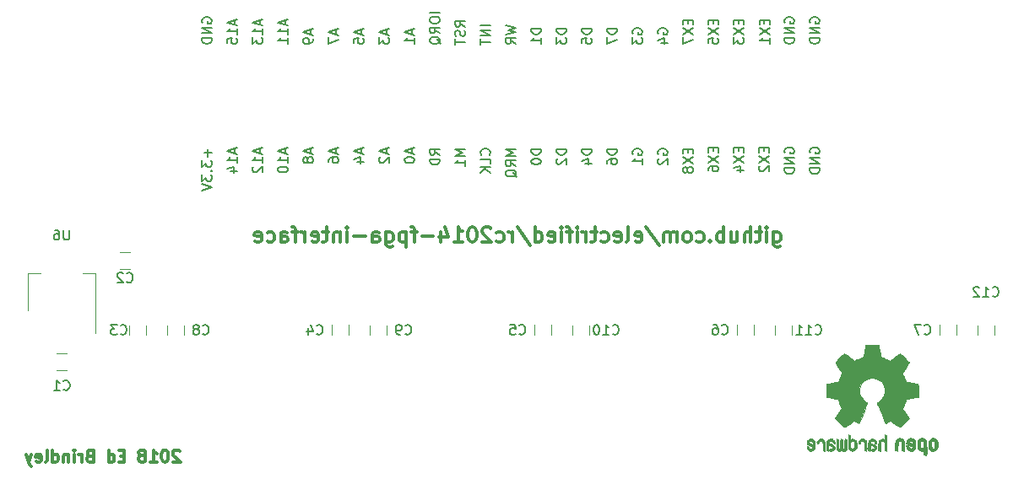
<source format=gbo>
G04 #@! TF.FileFunction,Legend,Bot*
%FSLAX46Y46*%
G04 Gerber Fmt 4.6, Leading zero omitted, Abs format (unit mm)*
G04 Created by KiCad (PCBNEW 4.0.7) date Wed Feb  7 00:44:32 2018*
%MOMM*%
%LPD*%
G01*
G04 APERTURE LIST*
%ADD10C,0.100000*%
%ADD11C,0.300000*%
%ADD12C,0.200000*%
%ADD13C,0.120000*%
%ADD14C,0.010000*%
G04 APERTURE END LIST*
D10*
D11*
X77241429Y-159477143D02*
X77184286Y-159420000D01*
X77070000Y-159362857D01*
X76784286Y-159362857D01*
X76670000Y-159420000D01*
X76612857Y-159477143D01*
X76555714Y-159591429D01*
X76555714Y-159705714D01*
X76612857Y-159877143D01*
X77298571Y-160562857D01*
X76555714Y-160562857D01*
X75812857Y-159362857D02*
X75698572Y-159362857D01*
X75584286Y-159420000D01*
X75527143Y-159477143D01*
X75470000Y-159591429D01*
X75412857Y-159820000D01*
X75412857Y-160105714D01*
X75470000Y-160334286D01*
X75527143Y-160448571D01*
X75584286Y-160505714D01*
X75698572Y-160562857D01*
X75812857Y-160562857D01*
X75927143Y-160505714D01*
X75984286Y-160448571D01*
X76041429Y-160334286D01*
X76098572Y-160105714D01*
X76098572Y-159820000D01*
X76041429Y-159591429D01*
X75984286Y-159477143D01*
X75927143Y-159420000D01*
X75812857Y-159362857D01*
X74270000Y-160562857D02*
X74955715Y-160562857D01*
X74612857Y-160562857D02*
X74612857Y-159362857D01*
X74727143Y-159534286D01*
X74841429Y-159648571D01*
X74955715Y-159705714D01*
X73584286Y-159877143D02*
X73698572Y-159820000D01*
X73755715Y-159762857D01*
X73812858Y-159648571D01*
X73812858Y-159591429D01*
X73755715Y-159477143D01*
X73698572Y-159420000D01*
X73584286Y-159362857D01*
X73355715Y-159362857D01*
X73241429Y-159420000D01*
X73184286Y-159477143D01*
X73127143Y-159591429D01*
X73127143Y-159648571D01*
X73184286Y-159762857D01*
X73241429Y-159820000D01*
X73355715Y-159877143D01*
X73584286Y-159877143D01*
X73698572Y-159934286D01*
X73755715Y-159991429D01*
X73812858Y-160105714D01*
X73812858Y-160334286D01*
X73755715Y-160448571D01*
X73698572Y-160505714D01*
X73584286Y-160562857D01*
X73355715Y-160562857D01*
X73241429Y-160505714D01*
X73184286Y-160448571D01*
X73127143Y-160334286D01*
X73127143Y-160105714D01*
X73184286Y-159991429D01*
X73241429Y-159934286D01*
X73355715Y-159877143D01*
X71698572Y-159934286D02*
X71298572Y-159934286D01*
X71127143Y-160562857D02*
X71698572Y-160562857D01*
X71698572Y-159362857D01*
X71127143Y-159362857D01*
X70098572Y-160562857D02*
X70098572Y-159362857D01*
X70098572Y-160505714D02*
X70212858Y-160562857D01*
X70441429Y-160562857D01*
X70555715Y-160505714D01*
X70612858Y-160448571D01*
X70670001Y-160334286D01*
X70670001Y-159991429D01*
X70612858Y-159877143D01*
X70555715Y-159820000D01*
X70441429Y-159762857D01*
X70212858Y-159762857D01*
X70098572Y-159820000D01*
X68212858Y-159934286D02*
X68041429Y-159991429D01*
X67984286Y-160048571D01*
X67927143Y-160162857D01*
X67927143Y-160334286D01*
X67984286Y-160448571D01*
X68041429Y-160505714D01*
X68155715Y-160562857D01*
X68612858Y-160562857D01*
X68612858Y-159362857D01*
X68212858Y-159362857D01*
X68098572Y-159420000D01*
X68041429Y-159477143D01*
X67984286Y-159591429D01*
X67984286Y-159705714D01*
X68041429Y-159820000D01*
X68098572Y-159877143D01*
X68212858Y-159934286D01*
X68612858Y-159934286D01*
X67412858Y-160562857D02*
X67412858Y-159762857D01*
X67412858Y-159991429D02*
X67355715Y-159877143D01*
X67298572Y-159820000D01*
X67184286Y-159762857D01*
X67070001Y-159762857D01*
X66670001Y-160562857D02*
X66670001Y-159762857D01*
X66670001Y-159362857D02*
X66727144Y-159420000D01*
X66670001Y-159477143D01*
X66612858Y-159420000D01*
X66670001Y-159362857D01*
X66670001Y-159477143D01*
X66098572Y-159762857D02*
X66098572Y-160562857D01*
X66098572Y-159877143D02*
X66041429Y-159820000D01*
X65927143Y-159762857D01*
X65755715Y-159762857D01*
X65641429Y-159820000D01*
X65584286Y-159934286D01*
X65584286Y-160562857D01*
X64498572Y-160562857D02*
X64498572Y-159362857D01*
X64498572Y-160505714D02*
X64612858Y-160562857D01*
X64841429Y-160562857D01*
X64955715Y-160505714D01*
X65012858Y-160448571D01*
X65070001Y-160334286D01*
X65070001Y-159991429D01*
X65012858Y-159877143D01*
X64955715Y-159820000D01*
X64841429Y-159762857D01*
X64612858Y-159762857D01*
X64498572Y-159820000D01*
X63755715Y-160562857D02*
X63870001Y-160505714D01*
X63927144Y-160391429D01*
X63927144Y-159362857D01*
X62841430Y-160505714D02*
X62955716Y-160562857D01*
X63184287Y-160562857D01*
X63298573Y-160505714D01*
X63355716Y-160391429D01*
X63355716Y-159934286D01*
X63298573Y-159820000D01*
X63184287Y-159762857D01*
X62955716Y-159762857D01*
X62841430Y-159820000D01*
X62784287Y-159934286D01*
X62784287Y-160048571D01*
X63355716Y-160162857D01*
X62384287Y-159762857D02*
X62098573Y-160562857D01*
X61812859Y-159762857D02*
X62098573Y-160562857D01*
X62212859Y-160848571D01*
X62270002Y-160905714D01*
X62384287Y-160962857D01*
D12*
X140470000Y-129525353D02*
X140422381Y-129430115D01*
X140422381Y-129287258D01*
X140470000Y-129144400D01*
X140565238Y-129049162D01*
X140660476Y-129001543D01*
X140850952Y-128953924D01*
X140993810Y-128953924D01*
X141184286Y-129001543D01*
X141279524Y-129049162D01*
X141374762Y-129144400D01*
X141422381Y-129287258D01*
X141422381Y-129382496D01*
X141374762Y-129525353D01*
X141327143Y-129572972D01*
X140993810Y-129572972D01*
X140993810Y-129382496D01*
X141422381Y-130001543D02*
X140422381Y-130001543D01*
X141422381Y-130572972D01*
X140422381Y-130572972D01*
X141422381Y-131049162D02*
X140422381Y-131049162D01*
X140422381Y-131287257D01*
X140470000Y-131430115D01*
X140565238Y-131525353D01*
X140660476Y-131572972D01*
X140850952Y-131620591D01*
X140993810Y-131620591D01*
X141184286Y-131572972D01*
X141279524Y-131525353D01*
X141374762Y-131430115D01*
X141422381Y-131287257D01*
X141422381Y-131049162D01*
X137930000Y-129525353D02*
X137882381Y-129430115D01*
X137882381Y-129287258D01*
X137930000Y-129144400D01*
X138025238Y-129049162D01*
X138120476Y-129001543D01*
X138310952Y-128953924D01*
X138453810Y-128953924D01*
X138644286Y-129001543D01*
X138739524Y-129049162D01*
X138834762Y-129144400D01*
X138882381Y-129287258D01*
X138882381Y-129382496D01*
X138834762Y-129525353D01*
X138787143Y-129572972D01*
X138453810Y-129572972D01*
X138453810Y-129382496D01*
X138882381Y-130001543D02*
X137882381Y-130001543D01*
X138882381Y-130572972D01*
X137882381Y-130572972D01*
X138882381Y-131049162D02*
X137882381Y-131049162D01*
X137882381Y-131287257D01*
X137930000Y-131430115D01*
X138025238Y-131525353D01*
X138120476Y-131572972D01*
X138310952Y-131620591D01*
X138453810Y-131620591D01*
X138644286Y-131572972D01*
X138739524Y-131525353D01*
X138834762Y-131430115D01*
X138882381Y-131287257D01*
X138882381Y-131049162D01*
X133278571Y-129001543D02*
X133278571Y-129334877D01*
X133802381Y-129477734D02*
X133802381Y-129001543D01*
X132802381Y-129001543D01*
X132802381Y-129477734D01*
X132802381Y-129811067D02*
X133802381Y-130477734D01*
X132802381Y-130477734D02*
X133802381Y-129811067D01*
X133135714Y-131287258D02*
X133802381Y-131287258D01*
X132754762Y-131049162D02*
X133469048Y-130811067D01*
X133469048Y-131430115D01*
X130738571Y-129001543D02*
X130738571Y-129334877D01*
X131262381Y-129477734D02*
X131262381Y-129001543D01*
X130262381Y-129001543D01*
X130262381Y-129477734D01*
X130262381Y-129811067D02*
X131262381Y-130477734D01*
X130262381Y-130477734D02*
X131262381Y-129811067D01*
X130262381Y-131287258D02*
X130262381Y-131096781D01*
X130310000Y-131001543D01*
X130357619Y-130953924D01*
X130500476Y-130858686D01*
X130690952Y-130811067D01*
X131071905Y-130811067D01*
X131167143Y-130858686D01*
X131214762Y-130906305D01*
X131262381Y-131001543D01*
X131262381Y-131192020D01*
X131214762Y-131287258D01*
X131167143Y-131334877D01*
X131071905Y-131382496D01*
X130833810Y-131382496D01*
X130738571Y-131334877D01*
X130690952Y-131287258D01*
X130643333Y-131192020D01*
X130643333Y-131001543D01*
X130690952Y-130906305D01*
X130738571Y-130858686D01*
X130833810Y-130811067D01*
X135818571Y-129001543D02*
X135818571Y-129334877D01*
X136342381Y-129477734D02*
X136342381Y-129001543D01*
X135342381Y-129001543D01*
X135342381Y-129477734D01*
X135342381Y-129811067D02*
X136342381Y-130477734D01*
X135342381Y-130477734D02*
X136342381Y-129811067D01*
X135437619Y-130811067D02*
X135390000Y-130858686D01*
X135342381Y-130953924D01*
X135342381Y-131192020D01*
X135390000Y-131287258D01*
X135437619Y-131334877D01*
X135532857Y-131382496D01*
X135628095Y-131382496D01*
X135770952Y-131334877D01*
X136342381Y-130763448D01*
X136342381Y-131382496D01*
X137930000Y-116459286D02*
X137882381Y-116364048D01*
X137882381Y-116221191D01*
X137930000Y-116078333D01*
X138025238Y-115983095D01*
X138120476Y-115935476D01*
X138310952Y-115887857D01*
X138453810Y-115887857D01*
X138644286Y-115935476D01*
X138739524Y-115983095D01*
X138834762Y-116078333D01*
X138882381Y-116221191D01*
X138882381Y-116316429D01*
X138834762Y-116459286D01*
X138787143Y-116506905D01*
X138453810Y-116506905D01*
X138453810Y-116316429D01*
X138882381Y-116935476D02*
X137882381Y-116935476D01*
X138882381Y-117506905D01*
X137882381Y-117506905D01*
X138882381Y-117983095D02*
X137882381Y-117983095D01*
X137882381Y-118221190D01*
X137930000Y-118364048D01*
X138025238Y-118459286D01*
X138120476Y-118506905D01*
X138310952Y-118554524D01*
X138453810Y-118554524D01*
X138644286Y-118506905D01*
X138739524Y-118459286D01*
X138834762Y-118364048D01*
X138882381Y-118221190D01*
X138882381Y-117983095D01*
X140470000Y-116459286D02*
X140422381Y-116364048D01*
X140422381Y-116221191D01*
X140470000Y-116078333D01*
X140565238Y-115983095D01*
X140660476Y-115935476D01*
X140850952Y-115887857D01*
X140993810Y-115887857D01*
X141184286Y-115935476D01*
X141279524Y-115983095D01*
X141374762Y-116078333D01*
X141422381Y-116221191D01*
X141422381Y-116316429D01*
X141374762Y-116459286D01*
X141327143Y-116506905D01*
X140993810Y-116506905D01*
X140993810Y-116316429D01*
X141422381Y-116935476D02*
X140422381Y-116935476D01*
X141422381Y-117506905D01*
X140422381Y-117506905D01*
X141422381Y-117983095D02*
X140422381Y-117983095D01*
X140422381Y-118221190D01*
X140470000Y-118364048D01*
X140565238Y-118459286D01*
X140660476Y-118506905D01*
X140850952Y-118554524D01*
X140993810Y-118554524D01*
X141184286Y-118506905D01*
X141279524Y-118459286D01*
X141374762Y-118364048D01*
X141422381Y-118221190D01*
X141422381Y-117983095D01*
X130738571Y-116173571D02*
X130738571Y-116506905D01*
X131262381Y-116649762D02*
X131262381Y-116173571D01*
X130262381Y-116173571D01*
X130262381Y-116649762D01*
X130262381Y-116983095D02*
X131262381Y-117649762D01*
X130262381Y-117649762D02*
X131262381Y-116983095D01*
X130262381Y-118506905D02*
X130262381Y-118030714D01*
X130738571Y-117983095D01*
X130690952Y-118030714D01*
X130643333Y-118125952D01*
X130643333Y-118364048D01*
X130690952Y-118459286D01*
X130738571Y-118506905D01*
X130833810Y-118554524D01*
X131071905Y-118554524D01*
X131167143Y-118506905D01*
X131214762Y-118459286D01*
X131262381Y-118364048D01*
X131262381Y-118125952D01*
X131214762Y-118030714D01*
X131167143Y-117983095D01*
X133278571Y-116173571D02*
X133278571Y-116506905D01*
X133802381Y-116649762D02*
X133802381Y-116173571D01*
X132802381Y-116173571D01*
X132802381Y-116649762D01*
X132802381Y-116983095D02*
X133802381Y-117649762D01*
X132802381Y-117649762D02*
X133802381Y-116983095D01*
X132802381Y-117935476D02*
X132802381Y-118554524D01*
X133183333Y-118221190D01*
X133183333Y-118364048D01*
X133230952Y-118459286D01*
X133278571Y-118506905D01*
X133373810Y-118554524D01*
X133611905Y-118554524D01*
X133707143Y-118506905D01*
X133754762Y-118459286D01*
X133802381Y-118364048D01*
X133802381Y-118078333D01*
X133754762Y-117983095D01*
X133707143Y-117935476D01*
X135873816Y-116173571D02*
X135873816Y-116506905D01*
X136397626Y-116649762D02*
X136397626Y-116173571D01*
X135397626Y-116173571D01*
X135397626Y-116649762D01*
X135397626Y-116983095D02*
X136397626Y-117649762D01*
X135397626Y-117649762D02*
X136397626Y-116983095D01*
X136397626Y-118554524D02*
X136397626Y-117983095D01*
X136397626Y-118268809D02*
X135397626Y-118268809D01*
X135540483Y-118173571D01*
X135635721Y-118078333D01*
X135683340Y-117983095D01*
X103322381Y-129714524D02*
X102846190Y-129381190D01*
X103322381Y-129143095D02*
X102322381Y-129143095D01*
X102322381Y-129524048D01*
X102370000Y-129619286D01*
X102417619Y-129666905D01*
X102512857Y-129714524D01*
X102655714Y-129714524D01*
X102750952Y-129666905D01*
X102798571Y-129619286D01*
X102846190Y-129524048D01*
X102846190Y-129143095D01*
X103322381Y-130143095D02*
X102322381Y-130143095D01*
X102322381Y-130381190D01*
X102370000Y-130524048D01*
X102465238Y-130619286D01*
X102560476Y-130666905D01*
X102750952Y-130714524D01*
X102893810Y-130714524D01*
X103084286Y-130666905D01*
X103179524Y-130619286D01*
X103274762Y-130524048D01*
X103322381Y-130381190D01*
X103322381Y-130143095D01*
X100496667Y-129095476D02*
X100496667Y-129571667D01*
X100782381Y-129000238D02*
X99782381Y-129333571D01*
X100782381Y-129666905D01*
X99782381Y-130190714D02*
X99782381Y-130285953D01*
X99830000Y-130381191D01*
X99877619Y-130428810D01*
X99972857Y-130476429D01*
X100163333Y-130524048D01*
X100401429Y-130524048D01*
X100591905Y-130476429D01*
X100687143Y-130428810D01*
X100734762Y-130381191D01*
X100782381Y-130285953D01*
X100782381Y-130190714D01*
X100734762Y-130095476D01*
X100687143Y-130047857D01*
X100591905Y-130000238D01*
X100401429Y-129952619D01*
X100163333Y-129952619D01*
X99972857Y-130000238D01*
X99877619Y-130047857D01*
X99830000Y-130095476D01*
X99782381Y-130190714D01*
X95416667Y-129095476D02*
X95416667Y-129571667D01*
X95702381Y-129000238D02*
X94702381Y-129333571D01*
X95702381Y-129666905D01*
X95035714Y-130428810D02*
X95702381Y-130428810D01*
X94654762Y-130190714D02*
X95369048Y-129952619D01*
X95369048Y-130571667D01*
X97956667Y-129095476D02*
X97956667Y-129571667D01*
X98242381Y-129000238D02*
X97242381Y-129333571D01*
X98242381Y-129666905D01*
X97337619Y-129952619D02*
X97290000Y-130000238D01*
X97242381Y-130095476D01*
X97242381Y-130333572D01*
X97290000Y-130428810D01*
X97337619Y-130476429D01*
X97432857Y-130524048D01*
X97528095Y-130524048D01*
X97670952Y-130476429D01*
X98242381Y-129905000D01*
X98242381Y-130524048D01*
X92876667Y-129095476D02*
X92876667Y-129571667D01*
X93162381Y-129000238D02*
X92162381Y-129333571D01*
X93162381Y-129666905D01*
X92162381Y-130428810D02*
X92162381Y-130238333D01*
X92210000Y-130143095D01*
X92257619Y-130095476D01*
X92400476Y-130000238D01*
X92590952Y-129952619D01*
X92971905Y-129952619D01*
X93067143Y-130000238D01*
X93114762Y-130047857D01*
X93162381Y-130143095D01*
X93162381Y-130333572D01*
X93114762Y-130428810D01*
X93067143Y-130476429D01*
X92971905Y-130524048D01*
X92733810Y-130524048D01*
X92638571Y-130476429D01*
X92590952Y-130428810D01*
X92543333Y-130333572D01*
X92543333Y-130143095D01*
X92590952Y-130047857D01*
X92638571Y-130000238D01*
X92733810Y-129952619D01*
X80081429Y-129143095D02*
X80081429Y-129905000D01*
X80462381Y-129524048D02*
X79700476Y-129524048D01*
X79462381Y-130285952D02*
X79462381Y-130905000D01*
X79843333Y-130571666D01*
X79843333Y-130714524D01*
X79890952Y-130809762D01*
X79938571Y-130857381D01*
X80033810Y-130905000D01*
X80271905Y-130905000D01*
X80367143Y-130857381D01*
X80414762Y-130809762D01*
X80462381Y-130714524D01*
X80462381Y-130428809D01*
X80414762Y-130333571D01*
X80367143Y-130285952D01*
X80367143Y-131333571D02*
X80414762Y-131381190D01*
X80462381Y-131333571D01*
X80414762Y-131285952D01*
X80367143Y-131333571D01*
X80462381Y-131333571D01*
X79462381Y-131714523D02*
X79462381Y-132333571D01*
X79843333Y-132000237D01*
X79843333Y-132143095D01*
X79890952Y-132238333D01*
X79938571Y-132285952D01*
X80033810Y-132333571D01*
X80271905Y-132333571D01*
X80367143Y-132285952D01*
X80414762Y-132238333D01*
X80462381Y-132143095D01*
X80462381Y-131857380D01*
X80414762Y-131762142D01*
X80367143Y-131714523D01*
X79462381Y-132619285D02*
X80462381Y-132952618D01*
X79462381Y-133285952D01*
X90336667Y-129095476D02*
X90336667Y-129571667D01*
X90622381Y-129000238D02*
X89622381Y-129333571D01*
X90622381Y-129666905D01*
X90050952Y-130143095D02*
X90003333Y-130047857D01*
X89955714Y-130000238D01*
X89860476Y-129952619D01*
X89812857Y-129952619D01*
X89717619Y-130000238D01*
X89670000Y-130047857D01*
X89622381Y-130143095D01*
X89622381Y-130333572D01*
X89670000Y-130428810D01*
X89717619Y-130476429D01*
X89812857Y-130524048D01*
X89860476Y-130524048D01*
X89955714Y-130476429D01*
X90003333Y-130428810D01*
X90050952Y-130333572D01*
X90050952Y-130143095D01*
X90098571Y-130047857D01*
X90146190Y-130000238D01*
X90241429Y-129952619D01*
X90431905Y-129952619D01*
X90527143Y-130000238D01*
X90574762Y-130047857D01*
X90622381Y-130143095D01*
X90622381Y-130333572D01*
X90574762Y-130428810D01*
X90527143Y-130476429D01*
X90431905Y-130524048D01*
X90241429Y-130524048D01*
X90146190Y-130476429D01*
X90098571Y-130428810D01*
X90050952Y-130333572D01*
X85256667Y-129095476D02*
X85256667Y-129571667D01*
X85542381Y-129000238D02*
X84542381Y-129333571D01*
X85542381Y-129666905D01*
X85542381Y-130524048D02*
X85542381Y-129952619D01*
X85542381Y-130238333D02*
X84542381Y-130238333D01*
X84685238Y-130143095D01*
X84780476Y-130047857D01*
X84828095Y-129952619D01*
X84637619Y-130905000D02*
X84590000Y-130952619D01*
X84542381Y-131047857D01*
X84542381Y-131285953D01*
X84590000Y-131381191D01*
X84637619Y-131428810D01*
X84732857Y-131476429D01*
X84828095Y-131476429D01*
X84970952Y-131428810D01*
X85542381Y-130857381D01*
X85542381Y-131476429D01*
X82716667Y-129095476D02*
X82716667Y-129571667D01*
X83002381Y-129000238D02*
X82002381Y-129333571D01*
X83002381Y-129666905D01*
X83002381Y-130524048D02*
X83002381Y-129952619D01*
X83002381Y-130238333D02*
X82002381Y-130238333D01*
X82145238Y-130143095D01*
X82240476Y-130047857D01*
X82288095Y-129952619D01*
X82335714Y-131381191D02*
X83002381Y-131381191D01*
X81954762Y-131143095D02*
X82669048Y-130905000D01*
X82669048Y-131524048D01*
X87796667Y-129095476D02*
X87796667Y-129571667D01*
X88082381Y-129000238D02*
X87082381Y-129333571D01*
X88082381Y-129666905D01*
X88082381Y-130524048D02*
X88082381Y-129952619D01*
X88082381Y-130238333D02*
X87082381Y-130238333D01*
X87225238Y-130143095D01*
X87320476Y-130047857D01*
X87368095Y-129952619D01*
X87082381Y-131143095D02*
X87082381Y-131238334D01*
X87130000Y-131333572D01*
X87177619Y-131381191D01*
X87272857Y-131428810D01*
X87463333Y-131476429D01*
X87701429Y-131476429D01*
X87891905Y-131428810D01*
X87987143Y-131381191D01*
X88034762Y-131333572D01*
X88082381Y-131238334D01*
X88082381Y-131143095D01*
X88034762Y-131047857D01*
X87987143Y-131000238D01*
X87891905Y-130952619D01*
X87701429Y-130905000D01*
X87463333Y-130905000D01*
X87272857Y-130952619D01*
X87177619Y-131000238D01*
X87130000Y-131047857D01*
X87082381Y-131143095D01*
X113482381Y-129143095D02*
X112482381Y-129143095D01*
X112482381Y-129381190D01*
X112530000Y-129524048D01*
X112625238Y-129619286D01*
X112720476Y-129666905D01*
X112910952Y-129714524D01*
X113053810Y-129714524D01*
X113244286Y-129666905D01*
X113339524Y-129619286D01*
X113434762Y-129524048D01*
X113482381Y-129381190D01*
X113482381Y-129143095D01*
X112482381Y-130333571D02*
X112482381Y-130428810D01*
X112530000Y-130524048D01*
X112577619Y-130571667D01*
X112672857Y-130619286D01*
X112863333Y-130666905D01*
X113101429Y-130666905D01*
X113291905Y-130619286D01*
X113387143Y-130571667D01*
X113434762Y-130524048D01*
X113482381Y-130428810D01*
X113482381Y-130333571D01*
X113434762Y-130238333D01*
X113387143Y-130190714D01*
X113291905Y-130143095D01*
X113101429Y-130095476D01*
X112863333Y-130095476D01*
X112672857Y-130143095D01*
X112577619Y-130190714D01*
X112530000Y-130238333D01*
X112482381Y-130333571D01*
X105862381Y-129143095D02*
X104862381Y-129143095D01*
X105576667Y-129476429D01*
X104862381Y-129809762D01*
X105862381Y-129809762D01*
X105862381Y-130809762D02*
X105862381Y-130238333D01*
X105862381Y-130524047D02*
X104862381Y-130524047D01*
X105005238Y-130428809D01*
X105100476Y-130333571D01*
X105148095Y-130238333D01*
X110942381Y-129143095D02*
X109942381Y-129143095D01*
X110656667Y-129476429D01*
X109942381Y-129809762D01*
X110942381Y-129809762D01*
X110942381Y-130857381D02*
X110466190Y-130524047D01*
X110942381Y-130285952D02*
X109942381Y-130285952D01*
X109942381Y-130666905D01*
X109990000Y-130762143D01*
X110037619Y-130809762D01*
X110132857Y-130857381D01*
X110275714Y-130857381D01*
X110370952Y-130809762D01*
X110418571Y-130762143D01*
X110466190Y-130666905D01*
X110466190Y-130285952D01*
X111037619Y-131952619D02*
X110990000Y-131857381D01*
X110894762Y-131762143D01*
X110751905Y-131619286D01*
X110704286Y-131524047D01*
X110704286Y-131428809D01*
X110942381Y-131476428D02*
X110894762Y-131381190D01*
X110799524Y-131285952D01*
X110609048Y-131238333D01*
X110275714Y-131238333D01*
X110085238Y-131285952D01*
X109990000Y-131381190D01*
X109942381Y-131476428D01*
X109942381Y-131666905D01*
X109990000Y-131762143D01*
X110085238Y-131857381D01*
X110275714Y-131905000D01*
X110609048Y-131905000D01*
X110799524Y-131857381D01*
X110894762Y-131762143D01*
X110942381Y-131666905D01*
X110942381Y-131476428D01*
X108307143Y-129714524D02*
X108354762Y-129666905D01*
X108402381Y-129524048D01*
X108402381Y-129428810D01*
X108354762Y-129285952D01*
X108259524Y-129190714D01*
X108164286Y-129143095D01*
X107973810Y-129095476D01*
X107830952Y-129095476D01*
X107640476Y-129143095D01*
X107545238Y-129190714D01*
X107450000Y-129285952D01*
X107402381Y-129428810D01*
X107402381Y-129524048D01*
X107450000Y-129666905D01*
X107497619Y-129714524D01*
X108402381Y-130619286D02*
X108402381Y-130143095D01*
X107402381Y-130143095D01*
X108402381Y-130952619D02*
X107402381Y-130952619D01*
X108402381Y-131524048D02*
X107830952Y-131095476D01*
X107402381Y-131524048D02*
X107973810Y-130952619D01*
X116022381Y-129143095D02*
X115022381Y-129143095D01*
X115022381Y-129381190D01*
X115070000Y-129524048D01*
X115165238Y-129619286D01*
X115260476Y-129666905D01*
X115450952Y-129714524D01*
X115593810Y-129714524D01*
X115784286Y-129666905D01*
X115879524Y-129619286D01*
X115974762Y-129524048D01*
X116022381Y-129381190D01*
X116022381Y-129143095D01*
X115117619Y-130095476D02*
X115070000Y-130143095D01*
X115022381Y-130238333D01*
X115022381Y-130476429D01*
X115070000Y-130571667D01*
X115117619Y-130619286D01*
X115212857Y-130666905D01*
X115308095Y-130666905D01*
X115450952Y-130619286D01*
X116022381Y-130047857D01*
X116022381Y-130666905D01*
X118562381Y-129143095D02*
X117562381Y-129143095D01*
X117562381Y-129381190D01*
X117610000Y-129524048D01*
X117705238Y-129619286D01*
X117800476Y-129666905D01*
X117990952Y-129714524D01*
X118133810Y-129714524D01*
X118324286Y-129666905D01*
X118419524Y-129619286D01*
X118514762Y-129524048D01*
X118562381Y-129381190D01*
X118562381Y-129143095D01*
X117895714Y-130571667D02*
X118562381Y-130571667D01*
X117514762Y-130333571D02*
X118229048Y-130095476D01*
X118229048Y-130714524D01*
X121102381Y-129143095D02*
X120102381Y-129143095D01*
X120102381Y-129381190D01*
X120150000Y-129524048D01*
X120245238Y-129619286D01*
X120340476Y-129666905D01*
X120530952Y-129714524D01*
X120673810Y-129714524D01*
X120864286Y-129666905D01*
X120959524Y-129619286D01*
X121054762Y-129524048D01*
X121102381Y-129381190D01*
X121102381Y-129143095D01*
X120102381Y-130571667D02*
X120102381Y-130381190D01*
X120150000Y-130285952D01*
X120197619Y-130238333D01*
X120340476Y-130143095D01*
X120530952Y-130095476D01*
X120911905Y-130095476D01*
X121007143Y-130143095D01*
X121054762Y-130190714D01*
X121102381Y-130285952D01*
X121102381Y-130476429D01*
X121054762Y-130571667D01*
X121007143Y-130619286D01*
X120911905Y-130666905D01*
X120673810Y-130666905D01*
X120578571Y-130619286D01*
X120530952Y-130571667D01*
X120483333Y-130476429D01*
X120483333Y-130285952D01*
X120530952Y-130190714D01*
X120578571Y-130143095D01*
X120673810Y-130095476D01*
X125230000Y-129666905D02*
X125182381Y-129571667D01*
X125182381Y-129428810D01*
X125230000Y-129285952D01*
X125325238Y-129190714D01*
X125420476Y-129143095D01*
X125610952Y-129095476D01*
X125753810Y-129095476D01*
X125944286Y-129143095D01*
X126039524Y-129190714D01*
X126134762Y-129285952D01*
X126182381Y-129428810D01*
X126182381Y-129524048D01*
X126134762Y-129666905D01*
X126087143Y-129714524D01*
X125753810Y-129714524D01*
X125753810Y-129524048D01*
X125277619Y-130095476D02*
X125230000Y-130143095D01*
X125182381Y-130238333D01*
X125182381Y-130476429D01*
X125230000Y-130571667D01*
X125277619Y-130619286D01*
X125372857Y-130666905D01*
X125468095Y-130666905D01*
X125610952Y-130619286D01*
X126182381Y-130047857D01*
X126182381Y-130666905D01*
X122690000Y-129666905D02*
X122642381Y-129571667D01*
X122642381Y-129428810D01*
X122690000Y-129285952D01*
X122785238Y-129190714D01*
X122880476Y-129143095D01*
X123070952Y-129095476D01*
X123213810Y-129095476D01*
X123404286Y-129143095D01*
X123499524Y-129190714D01*
X123594762Y-129285952D01*
X123642381Y-129428810D01*
X123642381Y-129524048D01*
X123594762Y-129666905D01*
X123547143Y-129714524D01*
X123213810Y-129714524D01*
X123213810Y-129524048D01*
X123642381Y-130666905D02*
X123642381Y-130095476D01*
X123642381Y-130381190D02*
X122642381Y-130381190D01*
X122785238Y-130285952D01*
X122880476Y-130190714D01*
X122928095Y-130095476D01*
X128198571Y-129143095D02*
X128198571Y-129476429D01*
X128722381Y-129619286D02*
X128722381Y-129143095D01*
X127722381Y-129143095D01*
X127722381Y-129619286D01*
X127722381Y-129952619D02*
X128722381Y-130619286D01*
X127722381Y-130619286D02*
X128722381Y-129952619D01*
X128150952Y-131143095D02*
X128103333Y-131047857D01*
X128055714Y-131000238D01*
X127960476Y-130952619D01*
X127912857Y-130952619D01*
X127817619Y-131000238D01*
X127770000Y-131047857D01*
X127722381Y-131143095D01*
X127722381Y-131333572D01*
X127770000Y-131428810D01*
X127817619Y-131476429D01*
X127912857Y-131524048D01*
X127960476Y-131524048D01*
X128055714Y-131476429D01*
X128103333Y-131428810D01*
X128150952Y-131333572D01*
X128150952Y-131143095D01*
X128198571Y-131047857D01*
X128246190Y-131000238D01*
X128341429Y-130952619D01*
X128531905Y-130952619D01*
X128627143Y-131000238D01*
X128674762Y-131047857D01*
X128722381Y-131143095D01*
X128722381Y-131333572D01*
X128674762Y-131428810D01*
X128627143Y-131476429D01*
X128531905Y-131524048D01*
X128341429Y-131524048D01*
X128246190Y-131476429D01*
X128198571Y-131428810D01*
X128150952Y-131333572D01*
X92876667Y-117125952D02*
X92876667Y-117602143D01*
X93162381Y-117030714D02*
X92162381Y-117364047D01*
X93162381Y-117697381D01*
X92162381Y-117935476D02*
X92162381Y-118602143D01*
X93162381Y-118173571D01*
X87796667Y-116173571D02*
X87796667Y-116649762D01*
X88082381Y-116078333D02*
X87082381Y-116411666D01*
X88082381Y-116745000D01*
X88082381Y-117602143D02*
X88082381Y-117030714D01*
X88082381Y-117316428D02*
X87082381Y-117316428D01*
X87225238Y-117221190D01*
X87320476Y-117125952D01*
X87368095Y-117030714D01*
X88082381Y-118554524D02*
X88082381Y-117983095D01*
X88082381Y-118268809D02*
X87082381Y-118268809D01*
X87225238Y-118173571D01*
X87320476Y-118078333D01*
X87368095Y-117983095D01*
X90336667Y-117125952D02*
X90336667Y-117602143D01*
X90622381Y-117030714D02*
X89622381Y-117364047D01*
X90622381Y-117697381D01*
X90622381Y-118078333D02*
X90622381Y-118268809D01*
X90574762Y-118364048D01*
X90527143Y-118411667D01*
X90384286Y-118506905D01*
X90193810Y-118554524D01*
X89812857Y-118554524D01*
X89717619Y-118506905D01*
X89670000Y-118459286D01*
X89622381Y-118364048D01*
X89622381Y-118173571D01*
X89670000Y-118078333D01*
X89717619Y-118030714D01*
X89812857Y-117983095D01*
X90050952Y-117983095D01*
X90146190Y-118030714D01*
X90193810Y-118078333D01*
X90241429Y-118173571D01*
X90241429Y-118364048D01*
X90193810Y-118459286D01*
X90146190Y-118506905D01*
X90050952Y-118554524D01*
X85256667Y-116173571D02*
X85256667Y-116649762D01*
X85542381Y-116078333D02*
X84542381Y-116411666D01*
X85542381Y-116745000D01*
X85542381Y-117602143D02*
X85542381Y-117030714D01*
X85542381Y-117316428D02*
X84542381Y-117316428D01*
X84685238Y-117221190D01*
X84780476Y-117125952D01*
X84828095Y-117030714D01*
X84542381Y-117935476D02*
X84542381Y-118554524D01*
X84923333Y-118221190D01*
X84923333Y-118364048D01*
X84970952Y-118459286D01*
X85018571Y-118506905D01*
X85113810Y-118554524D01*
X85351905Y-118554524D01*
X85447143Y-118506905D01*
X85494762Y-118459286D01*
X85542381Y-118364048D01*
X85542381Y-118078333D01*
X85494762Y-117983095D01*
X85447143Y-117935476D01*
X82716667Y-116173571D02*
X82716667Y-116649762D01*
X83002381Y-116078333D02*
X82002381Y-116411666D01*
X83002381Y-116745000D01*
X83002381Y-117602143D02*
X83002381Y-117030714D01*
X83002381Y-117316428D02*
X82002381Y-117316428D01*
X82145238Y-117221190D01*
X82240476Y-117125952D01*
X82288095Y-117030714D01*
X82002381Y-118506905D02*
X82002381Y-118030714D01*
X82478571Y-117983095D01*
X82430952Y-118030714D01*
X82383333Y-118125952D01*
X82383333Y-118364048D01*
X82430952Y-118459286D01*
X82478571Y-118506905D01*
X82573810Y-118554524D01*
X82811905Y-118554524D01*
X82907143Y-118506905D01*
X82954762Y-118459286D01*
X83002381Y-118364048D01*
X83002381Y-118125952D01*
X82954762Y-118030714D01*
X82907143Y-117983095D01*
X79510000Y-116459286D02*
X79462381Y-116364048D01*
X79462381Y-116221191D01*
X79510000Y-116078333D01*
X79605238Y-115983095D01*
X79700476Y-115935476D01*
X79890952Y-115887857D01*
X80033810Y-115887857D01*
X80224286Y-115935476D01*
X80319524Y-115983095D01*
X80414762Y-116078333D01*
X80462381Y-116221191D01*
X80462381Y-116316429D01*
X80414762Y-116459286D01*
X80367143Y-116506905D01*
X80033810Y-116506905D01*
X80033810Y-116316429D01*
X80462381Y-116935476D02*
X79462381Y-116935476D01*
X80462381Y-117506905D01*
X79462381Y-117506905D01*
X80462381Y-117983095D02*
X79462381Y-117983095D01*
X79462381Y-118221190D01*
X79510000Y-118364048D01*
X79605238Y-118459286D01*
X79700476Y-118506905D01*
X79890952Y-118554524D01*
X80033810Y-118554524D01*
X80224286Y-118506905D01*
X80319524Y-118459286D01*
X80414762Y-118364048D01*
X80462381Y-118221190D01*
X80462381Y-117983095D01*
X95416667Y-117125952D02*
X95416667Y-117602143D01*
X95702381Y-117030714D02*
X94702381Y-117364047D01*
X95702381Y-117697381D01*
X94702381Y-118506905D02*
X94702381Y-118030714D01*
X95178571Y-117983095D01*
X95130952Y-118030714D01*
X95083333Y-118125952D01*
X95083333Y-118364048D01*
X95130952Y-118459286D01*
X95178571Y-118506905D01*
X95273810Y-118554524D01*
X95511905Y-118554524D01*
X95607143Y-118506905D01*
X95654762Y-118459286D01*
X95702381Y-118364048D01*
X95702381Y-118125952D01*
X95654762Y-118030714D01*
X95607143Y-117983095D01*
X100496667Y-117125952D02*
X100496667Y-117602143D01*
X100782381Y-117030714D02*
X99782381Y-117364047D01*
X100782381Y-117697381D01*
X100782381Y-118554524D02*
X100782381Y-117983095D01*
X100782381Y-118268809D02*
X99782381Y-118268809D01*
X99925238Y-118173571D01*
X100020476Y-118078333D01*
X100068095Y-117983095D01*
X97956667Y-117125952D02*
X97956667Y-117602143D01*
X98242381Y-117030714D02*
X97242381Y-117364047D01*
X98242381Y-117697381D01*
X97242381Y-117935476D02*
X97242381Y-118554524D01*
X97623333Y-118221190D01*
X97623333Y-118364048D01*
X97670952Y-118459286D01*
X97718571Y-118506905D01*
X97813810Y-118554524D01*
X98051905Y-118554524D01*
X98147143Y-118506905D01*
X98194762Y-118459286D01*
X98242381Y-118364048D01*
X98242381Y-118078333D01*
X98194762Y-117983095D01*
X98147143Y-117935476D01*
X103322381Y-115411667D02*
X102322381Y-115411667D01*
X102322381Y-116078333D02*
X102322381Y-116268810D01*
X102370000Y-116364048D01*
X102465238Y-116459286D01*
X102655714Y-116506905D01*
X102989048Y-116506905D01*
X103179524Y-116459286D01*
X103274762Y-116364048D01*
X103322381Y-116268810D01*
X103322381Y-116078333D01*
X103274762Y-115983095D01*
X103179524Y-115887857D01*
X102989048Y-115840238D01*
X102655714Y-115840238D01*
X102465238Y-115887857D01*
X102370000Y-115983095D01*
X102322381Y-116078333D01*
X103322381Y-117506905D02*
X102846190Y-117173571D01*
X103322381Y-116935476D02*
X102322381Y-116935476D01*
X102322381Y-117316429D01*
X102370000Y-117411667D01*
X102417619Y-117459286D01*
X102512857Y-117506905D01*
X102655714Y-117506905D01*
X102750952Y-117459286D01*
X102798571Y-117411667D01*
X102846190Y-117316429D01*
X102846190Y-116935476D01*
X103417619Y-118602143D02*
X103370000Y-118506905D01*
X103274762Y-118411667D01*
X103131905Y-118268810D01*
X103084286Y-118173571D01*
X103084286Y-118078333D01*
X103322381Y-118125952D02*
X103274762Y-118030714D01*
X103179524Y-117935476D01*
X102989048Y-117887857D01*
X102655714Y-117887857D01*
X102465238Y-117935476D01*
X102370000Y-118030714D01*
X102322381Y-118125952D01*
X102322381Y-118316429D01*
X102370000Y-118411667D01*
X102465238Y-118506905D01*
X102655714Y-118554524D01*
X102989048Y-118554524D01*
X103179524Y-118506905D01*
X103274762Y-118411667D01*
X103322381Y-118316429D01*
X103322381Y-118125952D01*
X105862381Y-116840238D02*
X105386190Y-116506904D01*
X105862381Y-116268809D02*
X104862381Y-116268809D01*
X104862381Y-116649762D01*
X104910000Y-116745000D01*
X104957619Y-116792619D01*
X105052857Y-116840238D01*
X105195714Y-116840238D01*
X105290952Y-116792619D01*
X105338571Y-116745000D01*
X105386190Y-116649762D01*
X105386190Y-116268809D01*
X105814762Y-117221190D02*
X105862381Y-117364047D01*
X105862381Y-117602143D01*
X105814762Y-117697381D01*
X105767143Y-117745000D01*
X105671905Y-117792619D01*
X105576667Y-117792619D01*
X105481429Y-117745000D01*
X105433810Y-117697381D01*
X105386190Y-117602143D01*
X105338571Y-117411666D01*
X105290952Y-117316428D01*
X105243333Y-117268809D01*
X105148095Y-117221190D01*
X105052857Y-117221190D01*
X104957619Y-117268809D01*
X104910000Y-117316428D01*
X104862381Y-117411666D01*
X104862381Y-117649762D01*
X104910000Y-117792619D01*
X104862381Y-118078333D02*
X104862381Y-118649762D01*
X105862381Y-118364047D02*
X104862381Y-118364047D01*
X113482381Y-117030714D02*
X112482381Y-117030714D01*
X112482381Y-117268809D01*
X112530000Y-117411667D01*
X112625238Y-117506905D01*
X112720476Y-117554524D01*
X112910952Y-117602143D01*
X113053810Y-117602143D01*
X113244286Y-117554524D01*
X113339524Y-117506905D01*
X113434762Y-117411667D01*
X113482381Y-117268809D01*
X113482381Y-117030714D01*
X113482381Y-118554524D02*
X113482381Y-117983095D01*
X113482381Y-118268809D02*
X112482381Y-118268809D01*
X112625238Y-118173571D01*
X112720476Y-118078333D01*
X112768095Y-117983095D01*
X108402381Y-116697381D02*
X107402381Y-116697381D01*
X108402381Y-117173571D02*
X107402381Y-117173571D01*
X108402381Y-117745000D01*
X107402381Y-117745000D01*
X107402381Y-118078333D02*
X107402381Y-118649762D01*
X108402381Y-118364047D02*
X107402381Y-118364047D01*
X109942381Y-116745000D02*
X110942381Y-116983095D01*
X110228095Y-117173572D01*
X110942381Y-117364048D01*
X109942381Y-117602143D01*
X110942381Y-118554524D02*
X110466190Y-118221190D01*
X110942381Y-117983095D02*
X109942381Y-117983095D01*
X109942381Y-118364048D01*
X109990000Y-118459286D01*
X110037619Y-118506905D01*
X110132857Y-118554524D01*
X110275714Y-118554524D01*
X110370952Y-118506905D01*
X110418571Y-118459286D01*
X110466190Y-118364048D01*
X110466190Y-117983095D01*
X125230000Y-117554524D02*
X125182381Y-117459286D01*
X125182381Y-117316429D01*
X125230000Y-117173571D01*
X125325238Y-117078333D01*
X125420476Y-117030714D01*
X125610952Y-116983095D01*
X125753810Y-116983095D01*
X125944286Y-117030714D01*
X126039524Y-117078333D01*
X126134762Y-117173571D01*
X126182381Y-117316429D01*
X126182381Y-117411667D01*
X126134762Y-117554524D01*
X126087143Y-117602143D01*
X125753810Y-117602143D01*
X125753810Y-117411667D01*
X125515714Y-118459286D02*
X126182381Y-118459286D01*
X125134762Y-118221190D02*
X125849048Y-117983095D01*
X125849048Y-118602143D01*
X121102381Y-117030714D02*
X120102381Y-117030714D01*
X120102381Y-117268809D01*
X120150000Y-117411667D01*
X120245238Y-117506905D01*
X120340476Y-117554524D01*
X120530952Y-117602143D01*
X120673810Y-117602143D01*
X120864286Y-117554524D01*
X120959524Y-117506905D01*
X121054762Y-117411667D01*
X121102381Y-117268809D01*
X121102381Y-117030714D01*
X120102381Y-117935476D02*
X120102381Y-118602143D01*
X121102381Y-118173571D01*
X116022381Y-117030714D02*
X115022381Y-117030714D01*
X115022381Y-117268809D01*
X115070000Y-117411667D01*
X115165238Y-117506905D01*
X115260476Y-117554524D01*
X115450952Y-117602143D01*
X115593810Y-117602143D01*
X115784286Y-117554524D01*
X115879524Y-117506905D01*
X115974762Y-117411667D01*
X116022381Y-117268809D01*
X116022381Y-117030714D01*
X115022381Y-117935476D02*
X115022381Y-118554524D01*
X115403333Y-118221190D01*
X115403333Y-118364048D01*
X115450952Y-118459286D01*
X115498571Y-118506905D01*
X115593810Y-118554524D01*
X115831905Y-118554524D01*
X115927143Y-118506905D01*
X115974762Y-118459286D01*
X116022381Y-118364048D01*
X116022381Y-118078333D01*
X115974762Y-117983095D01*
X115927143Y-117935476D01*
X122690000Y-117554524D02*
X122642381Y-117459286D01*
X122642381Y-117316429D01*
X122690000Y-117173571D01*
X122785238Y-117078333D01*
X122880476Y-117030714D01*
X123070952Y-116983095D01*
X123213810Y-116983095D01*
X123404286Y-117030714D01*
X123499524Y-117078333D01*
X123594762Y-117173571D01*
X123642381Y-117316429D01*
X123642381Y-117411667D01*
X123594762Y-117554524D01*
X123547143Y-117602143D01*
X123213810Y-117602143D01*
X123213810Y-117411667D01*
X122642381Y-117935476D02*
X122642381Y-118554524D01*
X123023333Y-118221190D01*
X123023333Y-118364048D01*
X123070952Y-118459286D01*
X123118571Y-118506905D01*
X123213810Y-118554524D01*
X123451905Y-118554524D01*
X123547143Y-118506905D01*
X123594762Y-118459286D01*
X123642381Y-118364048D01*
X123642381Y-118078333D01*
X123594762Y-117983095D01*
X123547143Y-117935476D01*
X118562381Y-117030714D02*
X117562381Y-117030714D01*
X117562381Y-117268809D01*
X117610000Y-117411667D01*
X117705238Y-117506905D01*
X117800476Y-117554524D01*
X117990952Y-117602143D01*
X118133810Y-117602143D01*
X118324286Y-117554524D01*
X118419524Y-117506905D01*
X118514762Y-117411667D01*
X118562381Y-117268809D01*
X118562381Y-117030714D01*
X117562381Y-118506905D02*
X117562381Y-118030714D01*
X118038571Y-117983095D01*
X117990952Y-118030714D01*
X117943333Y-118125952D01*
X117943333Y-118364048D01*
X117990952Y-118459286D01*
X118038571Y-118506905D01*
X118133810Y-118554524D01*
X118371905Y-118554524D01*
X118467143Y-118506905D01*
X118514762Y-118459286D01*
X118562381Y-118364048D01*
X118562381Y-118125952D01*
X118514762Y-118030714D01*
X118467143Y-117983095D01*
X128198571Y-116173571D02*
X128198571Y-116506905D01*
X128722381Y-116649762D02*
X128722381Y-116173571D01*
X127722381Y-116173571D01*
X127722381Y-116649762D01*
X127722381Y-116983095D02*
X128722381Y-117649762D01*
X127722381Y-117649762D02*
X128722381Y-116983095D01*
X127722381Y-117935476D02*
X127722381Y-118602143D01*
X128722381Y-118173571D01*
D11*
X136803571Y-137473571D02*
X136803571Y-138687857D01*
X136875000Y-138830714D01*
X136946428Y-138902143D01*
X137089285Y-138973571D01*
X137303571Y-138973571D01*
X137446428Y-138902143D01*
X136803571Y-138402143D02*
X136946428Y-138473571D01*
X137232142Y-138473571D01*
X137375000Y-138402143D01*
X137446428Y-138330714D01*
X137517857Y-138187857D01*
X137517857Y-137759286D01*
X137446428Y-137616429D01*
X137375000Y-137545000D01*
X137232142Y-137473571D01*
X136946428Y-137473571D01*
X136803571Y-137545000D01*
X136089285Y-138473571D02*
X136089285Y-137473571D01*
X136089285Y-136973571D02*
X136160714Y-137045000D01*
X136089285Y-137116429D01*
X136017857Y-137045000D01*
X136089285Y-136973571D01*
X136089285Y-137116429D01*
X135589285Y-137473571D02*
X135017856Y-137473571D01*
X135374999Y-136973571D02*
X135374999Y-138259286D01*
X135303571Y-138402143D01*
X135160713Y-138473571D01*
X135017856Y-138473571D01*
X134517856Y-138473571D02*
X134517856Y-136973571D01*
X133874999Y-138473571D02*
X133874999Y-137687857D01*
X133946428Y-137545000D01*
X134089285Y-137473571D01*
X134303570Y-137473571D01*
X134446428Y-137545000D01*
X134517856Y-137616429D01*
X132517856Y-137473571D02*
X132517856Y-138473571D01*
X133160713Y-137473571D02*
X133160713Y-138259286D01*
X133089285Y-138402143D01*
X132946427Y-138473571D01*
X132732142Y-138473571D01*
X132589285Y-138402143D01*
X132517856Y-138330714D01*
X131803570Y-138473571D02*
X131803570Y-136973571D01*
X131803570Y-137545000D02*
X131660713Y-137473571D01*
X131374999Y-137473571D01*
X131232142Y-137545000D01*
X131160713Y-137616429D01*
X131089284Y-137759286D01*
X131089284Y-138187857D01*
X131160713Y-138330714D01*
X131232142Y-138402143D01*
X131374999Y-138473571D01*
X131660713Y-138473571D01*
X131803570Y-138402143D01*
X130446427Y-138330714D02*
X130374999Y-138402143D01*
X130446427Y-138473571D01*
X130517856Y-138402143D01*
X130446427Y-138330714D01*
X130446427Y-138473571D01*
X129089284Y-138402143D02*
X129232141Y-138473571D01*
X129517855Y-138473571D01*
X129660713Y-138402143D01*
X129732141Y-138330714D01*
X129803570Y-138187857D01*
X129803570Y-137759286D01*
X129732141Y-137616429D01*
X129660713Y-137545000D01*
X129517855Y-137473571D01*
X129232141Y-137473571D01*
X129089284Y-137545000D01*
X128232141Y-138473571D02*
X128374999Y-138402143D01*
X128446427Y-138330714D01*
X128517856Y-138187857D01*
X128517856Y-137759286D01*
X128446427Y-137616429D01*
X128374999Y-137545000D01*
X128232141Y-137473571D01*
X128017856Y-137473571D01*
X127874999Y-137545000D01*
X127803570Y-137616429D01*
X127732141Y-137759286D01*
X127732141Y-138187857D01*
X127803570Y-138330714D01*
X127874999Y-138402143D01*
X128017856Y-138473571D01*
X128232141Y-138473571D01*
X127089284Y-138473571D02*
X127089284Y-137473571D01*
X127089284Y-137616429D02*
X127017856Y-137545000D01*
X126874998Y-137473571D01*
X126660713Y-137473571D01*
X126517856Y-137545000D01*
X126446427Y-137687857D01*
X126446427Y-138473571D01*
X126446427Y-137687857D02*
X126374998Y-137545000D01*
X126232141Y-137473571D01*
X126017856Y-137473571D01*
X125874998Y-137545000D01*
X125803570Y-137687857D01*
X125803570Y-138473571D01*
X124017856Y-136902143D02*
X125303570Y-138830714D01*
X122946427Y-138402143D02*
X123089284Y-138473571D01*
X123374998Y-138473571D01*
X123517855Y-138402143D01*
X123589284Y-138259286D01*
X123589284Y-137687857D01*
X123517855Y-137545000D01*
X123374998Y-137473571D01*
X123089284Y-137473571D01*
X122946427Y-137545000D01*
X122874998Y-137687857D01*
X122874998Y-137830714D01*
X123589284Y-137973571D01*
X122017855Y-138473571D02*
X122160713Y-138402143D01*
X122232141Y-138259286D01*
X122232141Y-136973571D01*
X120874999Y-138402143D02*
X121017856Y-138473571D01*
X121303570Y-138473571D01*
X121446427Y-138402143D01*
X121517856Y-138259286D01*
X121517856Y-137687857D01*
X121446427Y-137545000D01*
X121303570Y-137473571D01*
X121017856Y-137473571D01*
X120874999Y-137545000D01*
X120803570Y-137687857D01*
X120803570Y-137830714D01*
X121517856Y-137973571D01*
X119517856Y-138402143D02*
X119660713Y-138473571D01*
X119946427Y-138473571D01*
X120089285Y-138402143D01*
X120160713Y-138330714D01*
X120232142Y-138187857D01*
X120232142Y-137759286D01*
X120160713Y-137616429D01*
X120089285Y-137545000D01*
X119946427Y-137473571D01*
X119660713Y-137473571D01*
X119517856Y-137545000D01*
X119089285Y-137473571D02*
X118517856Y-137473571D01*
X118874999Y-136973571D02*
X118874999Y-138259286D01*
X118803571Y-138402143D01*
X118660713Y-138473571D01*
X118517856Y-138473571D01*
X118017856Y-138473571D02*
X118017856Y-137473571D01*
X118017856Y-137759286D02*
X117946428Y-137616429D01*
X117874999Y-137545000D01*
X117732142Y-137473571D01*
X117589285Y-137473571D01*
X117089285Y-138473571D02*
X117089285Y-137473571D01*
X117089285Y-136973571D02*
X117160714Y-137045000D01*
X117089285Y-137116429D01*
X117017857Y-137045000D01*
X117089285Y-136973571D01*
X117089285Y-137116429D01*
X116589285Y-137473571D02*
X116017856Y-137473571D01*
X116374999Y-138473571D02*
X116374999Y-137187857D01*
X116303571Y-137045000D01*
X116160713Y-136973571D01*
X116017856Y-136973571D01*
X115517856Y-138473571D02*
X115517856Y-137473571D01*
X115517856Y-136973571D02*
X115589285Y-137045000D01*
X115517856Y-137116429D01*
X115446428Y-137045000D01*
X115517856Y-136973571D01*
X115517856Y-137116429D01*
X114232142Y-138402143D02*
X114374999Y-138473571D01*
X114660713Y-138473571D01*
X114803570Y-138402143D01*
X114874999Y-138259286D01*
X114874999Y-137687857D01*
X114803570Y-137545000D01*
X114660713Y-137473571D01*
X114374999Y-137473571D01*
X114232142Y-137545000D01*
X114160713Y-137687857D01*
X114160713Y-137830714D01*
X114874999Y-137973571D01*
X112874999Y-138473571D02*
X112874999Y-136973571D01*
X112874999Y-138402143D02*
X113017856Y-138473571D01*
X113303570Y-138473571D01*
X113446428Y-138402143D01*
X113517856Y-138330714D01*
X113589285Y-138187857D01*
X113589285Y-137759286D01*
X113517856Y-137616429D01*
X113446428Y-137545000D01*
X113303570Y-137473571D01*
X113017856Y-137473571D01*
X112874999Y-137545000D01*
X111089285Y-136902143D02*
X112374999Y-138830714D01*
X110589284Y-138473571D02*
X110589284Y-137473571D01*
X110589284Y-137759286D02*
X110517856Y-137616429D01*
X110446427Y-137545000D01*
X110303570Y-137473571D01*
X110160713Y-137473571D01*
X109017856Y-138402143D02*
X109160713Y-138473571D01*
X109446427Y-138473571D01*
X109589285Y-138402143D01*
X109660713Y-138330714D01*
X109732142Y-138187857D01*
X109732142Y-137759286D01*
X109660713Y-137616429D01*
X109589285Y-137545000D01*
X109446427Y-137473571D01*
X109160713Y-137473571D01*
X109017856Y-137545000D01*
X108446428Y-137116429D02*
X108374999Y-137045000D01*
X108232142Y-136973571D01*
X107874999Y-136973571D01*
X107732142Y-137045000D01*
X107660713Y-137116429D01*
X107589285Y-137259286D01*
X107589285Y-137402143D01*
X107660713Y-137616429D01*
X108517856Y-138473571D01*
X107589285Y-138473571D01*
X106660714Y-136973571D02*
X106517857Y-136973571D01*
X106375000Y-137045000D01*
X106303571Y-137116429D01*
X106232142Y-137259286D01*
X106160714Y-137545000D01*
X106160714Y-137902143D01*
X106232142Y-138187857D01*
X106303571Y-138330714D01*
X106375000Y-138402143D01*
X106517857Y-138473571D01*
X106660714Y-138473571D01*
X106803571Y-138402143D01*
X106875000Y-138330714D01*
X106946428Y-138187857D01*
X107017857Y-137902143D01*
X107017857Y-137545000D01*
X106946428Y-137259286D01*
X106875000Y-137116429D01*
X106803571Y-137045000D01*
X106660714Y-136973571D01*
X104732143Y-138473571D02*
X105589286Y-138473571D01*
X105160714Y-138473571D02*
X105160714Y-136973571D01*
X105303571Y-137187857D01*
X105446429Y-137330714D01*
X105589286Y-137402143D01*
X103446429Y-137473571D02*
X103446429Y-138473571D01*
X103803572Y-136902143D02*
X104160715Y-137973571D01*
X103232143Y-137973571D01*
X102660715Y-137902143D02*
X101517858Y-137902143D01*
X101017858Y-137473571D02*
X100446429Y-137473571D01*
X100803572Y-138473571D02*
X100803572Y-137187857D01*
X100732144Y-137045000D01*
X100589286Y-136973571D01*
X100446429Y-136973571D01*
X99946429Y-137473571D02*
X99946429Y-138973571D01*
X99946429Y-137545000D02*
X99803572Y-137473571D01*
X99517858Y-137473571D01*
X99375001Y-137545000D01*
X99303572Y-137616429D01*
X99232143Y-137759286D01*
X99232143Y-138187857D01*
X99303572Y-138330714D01*
X99375001Y-138402143D01*
X99517858Y-138473571D01*
X99803572Y-138473571D01*
X99946429Y-138402143D01*
X97946429Y-137473571D02*
X97946429Y-138687857D01*
X98017858Y-138830714D01*
X98089286Y-138902143D01*
X98232143Y-138973571D01*
X98446429Y-138973571D01*
X98589286Y-138902143D01*
X97946429Y-138402143D02*
X98089286Y-138473571D01*
X98375000Y-138473571D01*
X98517858Y-138402143D01*
X98589286Y-138330714D01*
X98660715Y-138187857D01*
X98660715Y-137759286D01*
X98589286Y-137616429D01*
X98517858Y-137545000D01*
X98375000Y-137473571D01*
X98089286Y-137473571D01*
X97946429Y-137545000D01*
X96589286Y-138473571D02*
X96589286Y-137687857D01*
X96660715Y-137545000D01*
X96803572Y-137473571D01*
X97089286Y-137473571D01*
X97232143Y-137545000D01*
X96589286Y-138402143D02*
X96732143Y-138473571D01*
X97089286Y-138473571D01*
X97232143Y-138402143D01*
X97303572Y-138259286D01*
X97303572Y-138116429D01*
X97232143Y-137973571D01*
X97089286Y-137902143D01*
X96732143Y-137902143D01*
X96589286Y-137830714D01*
X95875000Y-137902143D02*
X94732143Y-137902143D01*
X94017857Y-138473571D02*
X94017857Y-137473571D01*
X94017857Y-136973571D02*
X94089286Y-137045000D01*
X94017857Y-137116429D01*
X93946429Y-137045000D01*
X94017857Y-136973571D01*
X94017857Y-137116429D01*
X93303571Y-137473571D02*
X93303571Y-138473571D01*
X93303571Y-137616429D02*
X93232143Y-137545000D01*
X93089285Y-137473571D01*
X92875000Y-137473571D01*
X92732143Y-137545000D01*
X92660714Y-137687857D01*
X92660714Y-138473571D01*
X92160714Y-137473571D02*
X91589285Y-137473571D01*
X91946428Y-136973571D02*
X91946428Y-138259286D01*
X91875000Y-138402143D01*
X91732142Y-138473571D01*
X91589285Y-138473571D01*
X90517857Y-138402143D02*
X90660714Y-138473571D01*
X90946428Y-138473571D01*
X91089285Y-138402143D01*
X91160714Y-138259286D01*
X91160714Y-137687857D01*
X91089285Y-137545000D01*
X90946428Y-137473571D01*
X90660714Y-137473571D01*
X90517857Y-137545000D01*
X90446428Y-137687857D01*
X90446428Y-137830714D01*
X91160714Y-137973571D01*
X89803571Y-138473571D02*
X89803571Y-137473571D01*
X89803571Y-137759286D02*
X89732143Y-137616429D01*
X89660714Y-137545000D01*
X89517857Y-137473571D01*
X89375000Y-137473571D01*
X89089286Y-137473571D02*
X88517857Y-137473571D01*
X88875000Y-138473571D02*
X88875000Y-137187857D01*
X88803572Y-137045000D01*
X88660714Y-136973571D01*
X88517857Y-136973571D01*
X87375000Y-138473571D02*
X87375000Y-137687857D01*
X87446429Y-137545000D01*
X87589286Y-137473571D01*
X87875000Y-137473571D01*
X88017857Y-137545000D01*
X87375000Y-138402143D02*
X87517857Y-138473571D01*
X87875000Y-138473571D01*
X88017857Y-138402143D01*
X88089286Y-138259286D01*
X88089286Y-138116429D01*
X88017857Y-137973571D01*
X87875000Y-137902143D01*
X87517857Y-137902143D01*
X87375000Y-137830714D01*
X86017857Y-138402143D02*
X86160714Y-138473571D01*
X86446428Y-138473571D01*
X86589286Y-138402143D01*
X86660714Y-138330714D01*
X86732143Y-138187857D01*
X86732143Y-137759286D01*
X86660714Y-137616429D01*
X86589286Y-137545000D01*
X86446428Y-137473571D01*
X86160714Y-137473571D01*
X86017857Y-137545000D01*
X84803572Y-138402143D02*
X84946429Y-138473571D01*
X85232143Y-138473571D01*
X85375000Y-138402143D01*
X85446429Y-138259286D01*
X85446429Y-137687857D01*
X85375000Y-137545000D01*
X85232143Y-137473571D01*
X84946429Y-137473571D01*
X84803572Y-137545000D01*
X84732143Y-137687857D01*
X84732143Y-137830714D01*
X85446429Y-137973571D01*
D13*
X65925000Y-151345000D02*
X64925000Y-151345000D01*
X64925000Y-149645000D02*
X65925000Y-149645000D01*
X72255000Y-141185000D02*
X71255000Y-141185000D01*
X71255000Y-139485000D02*
X72255000Y-139485000D01*
X72175000Y-147820000D02*
X72175000Y-146820000D01*
X73875000Y-146820000D02*
X73875000Y-147820000D01*
X92495000Y-147800000D02*
X92495000Y-146800000D01*
X94195000Y-146800000D02*
X94195000Y-147800000D01*
X112815000Y-147800000D02*
X112815000Y-146800000D01*
X114515000Y-146800000D02*
X114515000Y-147800000D01*
X133135000Y-147800000D02*
X133135000Y-146800000D01*
X134835000Y-146800000D02*
X134835000Y-147800000D01*
X153455000Y-147800000D02*
X153455000Y-146800000D01*
X155155000Y-146800000D02*
X155155000Y-147800000D01*
X61995000Y-141575000D02*
X63255000Y-141575000D01*
X68815000Y-141575000D02*
X67555000Y-141575000D01*
X61995000Y-145335000D02*
X61995000Y-141575000D01*
X68815000Y-147585000D02*
X68815000Y-141575000D01*
X77685000Y-146820000D02*
X77685000Y-147820000D01*
X75985000Y-147820000D02*
X75985000Y-146820000D01*
X98005000Y-146820000D02*
X98005000Y-147820000D01*
X96305000Y-147820000D02*
X96305000Y-146820000D01*
X118325000Y-146820000D02*
X118325000Y-147820000D01*
X116625000Y-147820000D02*
X116625000Y-146820000D01*
X138645000Y-146820000D02*
X138645000Y-147820000D01*
X136945000Y-147820000D02*
X136945000Y-146820000D01*
X158965000Y-146820000D02*
X158965000Y-147820000D01*
X157265000Y-147820000D02*
X157265000Y-146820000D01*
D14*
G36*
X151513100Y-158166903D02*
X151401550Y-158222522D01*
X151303092Y-158324931D01*
X151275977Y-158362864D01*
X151246438Y-158412500D01*
X151227272Y-158466412D01*
X151216307Y-158538364D01*
X151211371Y-158642122D01*
X151210287Y-158779101D01*
X151215182Y-158966815D01*
X151232196Y-159107758D01*
X151264823Y-159212908D01*
X151316558Y-159293243D01*
X151390896Y-159359741D01*
X151396358Y-159363678D01*
X151469620Y-159403953D01*
X151557840Y-159423880D01*
X151670038Y-159428793D01*
X151852433Y-159428793D01*
X151852509Y-159605857D01*
X151854207Y-159704470D01*
X151864550Y-159762314D01*
X151891578Y-159797006D01*
X151943332Y-159826164D01*
X151955761Y-159832121D01*
X152013923Y-159860039D01*
X152058956Y-159877672D01*
X152092441Y-159879194D01*
X152115962Y-159858781D01*
X152131100Y-159810607D01*
X152139437Y-159728846D01*
X152142556Y-159607672D01*
X152142040Y-159441260D01*
X152139471Y-159223785D01*
X152138668Y-159158736D01*
X152135778Y-158934502D01*
X152133188Y-158787821D01*
X151852586Y-158787821D01*
X151851009Y-158912326D01*
X151844000Y-158993787D01*
X151828142Y-159047515D01*
X151800019Y-159088823D01*
X151780925Y-159108971D01*
X151702865Y-159167921D01*
X151633753Y-159172720D01*
X151562440Y-159124038D01*
X151560632Y-159122241D01*
X151531617Y-159084618D01*
X151513967Y-159033484D01*
X151505064Y-158954738D01*
X151502291Y-158834276D01*
X151502241Y-158807588D01*
X151508942Y-158641583D01*
X151530752Y-158526505D01*
X151570235Y-158456254D01*
X151629956Y-158424729D01*
X151664472Y-158421552D01*
X151746389Y-158436460D01*
X151802579Y-158485548D01*
X151836402Y-158575362D01*
X151851220Y-158712445D01*
X151852586Y-158787821D01*
X152133188Y-158787821D01*
X152132713Y-158760952D01*
X152128753Y-158630382D01*
X152123174Y-158535087D01*
X152115254Y-158467364D01*
X152104269Y-158419507D01*
X152089499Y-158383813D01*
X152070218Y-158352578D01*
X152061951Y-158340824D01*
X151952288Y-158229797D01*
X151813635Y-158166847D01*
X151653246Y-158149297D01*
X151513100Y-158166903D01*
X151513100Y-158166903D01*
G37*
X151513100Y-158166903D02*
X151401550Y-158222522D01*
X151303092Y-158324931D01*
X151275977Y-158362864D01*
X151246438Y-158412500D01*
X151227272Y-158466412D01*
X151216307Y-158538364D01*
X151211371Y-158642122D01*
X151210287Y-158779101D01*
X151215182Y-158966815D01*
X151232196Y-159107758D01*
X151264823Y-159212908D01*
X151316558Y-159293243D01*
X151390896Y-159359741D01*
X151396358Y-159363678D01*
X151469620Y-159403953D01*
X151557840Y-159423880D01*
X151670038Y-159428793D01*
X151852433Y-159428793D01*
X151852509Y-159605857D01*
X151854207Y-159704470D01*
X151864550Y-159762314D01*
X151891578Y-159797006D01*
X151943332Y-159826164D01*
X151955761Y-159832121D01*
X152013923Y-159860039D01*
X152058956Y-159877672D01*
X152092441Y-159879194D01*
X152115962Y-159858781D01*
X152131100Y-159810607D01*
X152139437Y-159728846D01*
X152142556Y-159607672D01*
X152142040Y-159441260D01*
X152139471Y-159223785D01*
X152138668Y-159158736D01*
X152135778Y-158934502D01*
X152133188Y-158787821D01*
X151852586Y-158787821D01*
X151851009Y-158912326D01*
X151844000Y-158993787D01*
X151828142Y-159047515D01*
X151800019Y-159088823D01*
X151780925Y-159108971D01*
X151702865Y-159167921D01*
X151633753Y-159172720D01*
X151562440Y-159124038D01*
X151560632Y-159122241D01*
X151531617Y-159084618D01*
X151513967Y-159033484D01*
X151505064Y-158954738D01*
X151502291Y-158834276D01*
X151502241Y-158807588D01*
X151508942Y-158641583D01*
X151530752Y-158526505D01*
X151570235Y-158456254D01*
X151629956Y-158424729D01*
X151664472Y-158421552D01*
X151746389Y-158436460D01*
X151802579Y-158485548D01*
X151836402Y-158575362D01*
X151851220Y-158712445D01*
X151852586Y-158787821D01*
X152133188Y-158787821D01*
X152132713Y-158760952D01*
X152128753Y-158630382D01*
X152123174Y-158535087D01*
X152115254Y-158467364D01*
X152104269Y-158419507D01*
X152089499Y-158383813D01*
X152070218Y-158352578D01*
X152061951Y-158340824D01*
X151952288Y-158229797D01*
X151813635Y-158166847D01*
X151653246Y-158149297D01*
X151513100Y-158166903D01*
G36*
X149267571Y-158182719D02*
X149173877Y-158236914D01*
X149108736Y-158290707D01*
X149061093Y-158347066D01*
X149028272Y-158415987D01*
X149007594Y-158507468D01*
X148996380Y-158631506D01*
X148991951Y-158798098D01*
X148991437Y-158917851D01*
X148991437Y-159358659D01*
X149115517Y-159414283D01*
X149239598Y-159469907D01*
X149254195Y-158987095D01*
X149260227Y-158806779D01*
X149266555Y-158675901D01*
X149274394Y-158585511D01*
X149284963Y-158526664D01*
X149299477Y-158490413D01*
X149319152Y-158467810D01*
X149325465Y-158462917D01*
X149421112Y-158424706D01*
X149517793Y-158439827D01*
X149575345Y-158479943D01*
X149598755Y-158508370D01*
X149614961Y-158545672D01*
X149625259Y-158602223D01*
X149630951Y-158688394D01*
X149633336Y-158814558D01*
X149633736Y-158946042D01*
X149633814Y-159110999D01*
X149636639Y-159227761D01*
X149646093Y-159306510D01*
X149666060Y-159357431D01*
X149700424Y-159390706D01*
X149753068Y-159416520D01*
X149823383Y-159443344D01*
X149900180Y-159472542D01*
X149891038Y-158954346D01*
X149887357Y-158767539D01*
X149883050Y-158629490D01*
X149876877Y-158530568D01*
X149867598Y-158461145D01*
X149853973Y-158411590D01*
X149834761Y-158372273D01*
X149811598Y-158337584D01*
X149699848Y-158226770D01*
X149563487Y-158162689D01*
X149415175Y-158147339D01*
X149267571Y-158182719D01*
X149267571Y-158182719D01*
G37*
X149267571Y-158182719D02*
X149173877Y-158236914D01*
X149108736Y-158290707D01*
X149061093Y-158347066D01*
X149028272Y-158415987D01*
X149007594Y-158507468D01*
X148996380Y-158631506D01*
X148991951Y-158798098D01*
X148991437Y-158917851D01*
X148991437Y-159358659D01*
X149115517Y-159414283D01*
X149239598Y-159469907D01*
X149254195Y-158987095D01*
X149260227Y-158806779D01*
X149266555Y-158675901D01*
X149274394Y-158585511D01*
X149284963Y-158526664D01*
X149299477Y-158490413D01*
X149319152Y-158467810D01*
X149325465Y-158462917D01*
X149421112Y-158424706D01*
X149517793Y-158439827D01*
X149575345Y-158479943D01*
X149598755Y-158508370D01*
X149614961Y-158545672D01*
X149625259Y-158602223D01*
X149630951Y-158688394D01*
X149633336Y-158814558D01*
X149633736Y-158946042D01*
X149633814Y-159110999D01*
X149636639Y-159227761D01*
X149646093Y-159306510D01*
X149666060Y-159357431D01*
X149700424Y-159390706D01*
X149753068Y-159416520D01*
X149823383Y-159443344D01*
X149900180Y-159472542D01*
X149891038Y-158954346D01*
X149887357Y-158767539D01*
X149883050Y-158629490D01*
X149876877Y-158530568D01*
X149867598Y-158461145D01*
X149853973Y-158411590D01*
X149834761Y-158372273D01*
X149811598Y-158337584D01*
X149699848Y-158226770D01*
X149563487Y-158162689D01*
X149415175Y-158147339D01*
X149267571Y-158182719D01*
G36*
X152636779Y-158171015D02*
X152499939Y-158242968D01*
X152398949Y-158358766D01*
X152363075Y-158433213D01*
X152335161Y-158544992D01*
X152320871Y-158686227D01*
X152319516Y-158840371D01*
X152330405Y-158990879D01*
X152352847Y-159121205D01*
X152386150Y-159214803D01*
X152396385Y-159230922D01*
X152517618Y-159351249D01*
X152661613Y-159423317D01*
X152817861Y-159444408D01*
X152975852Y-159411802D01*
X153019820Y-159392253D01*
X153105444Y-159332012D01*
X153180592Y-159252135D01*
X153187694Y-159242004D01*
X153216561Y-159193181D01*
X153235643Y-159140990D01*
X153246916Y-159072285D01*
X153252355Y-158973918D01*
X153253938Y-158832744D01*
X153253965Y-158801092D01*
X153253893Y-158791019D01*
X152962011Y-158791019D01*
X152960313Y-158924256D01*
X152953628Y-159012674D01*
X152939575Y-159069785D01*
X152915771Y-159109102D01*
X152903621Y-159122241D01*
X152833764Y-159172172D01*
X152765941Y-159169895D01*
X152697365Y-159126584D01*
X152656465Y-159080346D01*
X152632242Y-159012857D01*
X152618639Y-158906433D01*
X152617706Y-158894020D01*
X152615384Y-158701147D01*
X152639650Y-158557900D01*
X152690176Y-158465160D01*
X152766632Y-158423807D01*
X152793924Y-158421552D01*
X152865589Y-158432893D01*
X152914610Y-158472184D01*
X152944582Y-158547326D01*
X152959101Y-158666222D01*
X152962011Y-158791019D01*
X153253893Y-158791019D01*
X153252878Y-158650659D01*
X153248312Y-158545549D01*
X153238312Y-158472714D01*
X153220921Y-158419108D01*
X153194184Y-158371681D01*
X153188276Y-158362864D01*
X153088968Y-158244007D01*
X152980758Y-158175008D01*
X152849019Y-158147619D01*
X152804283Y-158146281D01*
X152636779Y-158171015D01*
X152636779Y-158171015D01*
G37*
X152636779Y-158171015D02*
X152499939Y-158242968D01*
X152398949Y-158358766D01*
X152363075Y-158433213D01*
X152335161Y-158544992D01*
X152320871Y-158686227D01*
X152319516Y-158840371D01*
X152330405Y-158990879D01*
X152352847Y-159121205D01*
X152386150Y-159214803D01*
X152396385Y-159230922D01*
X152517618Y-159351249D01*
X152661613Y-159423317D01*
X152817861Y-159444408D01*
X152975852Y-159411802D01*
X153019820Y-159392253D01*
X153105444Y-159332012D01*
X153180592Y-159252135D01*
X153187694Y-159242004D01*
X153216561Y-159193181D01*
X153235643Y-159140990D01*
X153246916Y-159072285D01*
X153252355Y-158973918D01*
X153253938Y-158832744D01*
X153253965Y-158801092D01*
X153253893Y-158791019D01*
X152962011Y-158791019D01*
X152960313Y-158924256D01*
X152953628Y-159012674D01*
X152939575Y-159069785D01*
X152915771Y-159109102D01*
X152903621Y-159122241D01*
X152833764Y-159172172D01*
X152765941Y-159169895D01*
X152697365Y-159126584D01*
X152656465Y-159080346D01*
X152632242Y-159012857D01*
X152618639Y-158906433D01*
X152617706Y-158894020D01*
X152615384Y-158701147D01*
X152639650Y-158557900D01*
X152690176Y-158465160D01*
X152766632Y-158423807D01*
X152793924Y-158421552D01*
X152865589Y-158432893D01*
X152914610Y-158472184D01*
X152944582Y-158547326D01*
X152959101Y-158666222D01*
X152962011Y-158791019D01*
X153253893Y-158791019D01*
X153252878Y-158650659D01*
X153248312Y-158545549D01*
X153238312Y-158472714D01*
X153220921Y-158419108D01*
X153194184Y-158371681D01*
X153188276Y-158362864D01*
X153088968Y-158244007D01*
X152980758Y-158175008D01*
X152849019Y-158147619D01*
X152804283Y-158146281D01*
X152636779Y-158171015D01*
G36*
X150369448Y-158189676D02*
X150254342Y-158267111D01*
X150165389Y-158378949D01*
X150112251Y-158521265D01*
X150101503Y-158626015D01*
X150102724Y-158669726D01*
X150112944Y-158703194D01*
X150141039Y-158733179D01*
X150195884Y-158766440D01*
X150286355Y-158809738D01*
X150421328Y-158869833D01*
X150422011Y-158870134D01*
X150546249Y-158927037D01*
X150648127Y-158977565D01*
X150717233Y-159016280D01*
X150743154Y-159037740D01*
X150743161Y-159037913D01*
X150720315Y-159084644D01*
X150666891Y-159136154D01*
X150605558Y-159173261D01*
X150574485Y-159180632D01*
X150489711Y-159155138D01*
X150416707Y-159091291D01*
X150381087Y-159021094D01*
X150346820Y-158969343D01*
X150279697Y-158910409D01*
X150200792Y-158859496D01*
X150131179Y-158831809D01*
X150116623Y-158830287D01*
X150100237Y-158855321D01*
X150099250Y-158919311D01*
X150111292Y-159005593D01*
X150133993Y-159097501D01*
X150164986Y-159178369D01*
X150166552Y-159181509D01*
X150259819Y-159311734D01*
X150380696Y-159400311D01*
X150517973Y-159443786D01*
X150660440Y-159438706D01*
X150796888Y-159381616D01*
X150802955Y-159377602D01*
X150910290Y-159280326D01*
X150980868Y-159153409D01*
X151019926Y-158986526D01*
X151025168Y-158939639D01*
X151034452Y-158718329D01*
X151023322Y-158615124D01*
X150743161Y-158615124D01*
X150739521Y-158679503D01*
X150719611Y-158698291D01*
X150669974Y-158684235D01*
X150591733Y-158651009D01*
X150504274Y-158609359D01*
X150502101Y-158608256D01*
X150427970Y-158569265D01*
X150398219Y-158543244D01*
X150405555Y-158515965D01*
X150436447Y-158480121D01*
X150515040Y-158428251D01*
X150599677Y-158424439D01*
X150675597Y-158462189D01*
X150728035Y-158535001D01*
X150743161Y-158615124D01*
X151023322Y-158615124D01*
X151015356Y-158541261D01*
X150966366Y-158400829D01*
X150898164Y-158302447D01*
X150775065Y-158203030D01*
X150639472Y-158153711D01*
X150501045Y-158150568D01*
X150369448Y-158189676D01*
X150369448Y-158189676D01*
G37*
X150369448Y-158189676D02*
X150254342Y-158267111D01*
X150165389Y-158378949D01*
X150112251Y-158521265D01*
X150101503Y-158626015D01*
X150102724Y-158669726D01*
X150112944Y-158703194D01*
X150141039Y-158733179D01*
X150195884Y-158766440D01*
X150286355Y-158809738D01*
X150421328Y-158869833D01*
X150422011Y-158870134D01*
X150546249Y-158927037D01*
X150648127Y-158977565D01*
X150717233Y-159016280D01*
X150743154Y-159037740D01*
X150743161Y-159037913D01*
X150720315Y-159084644D01*
X150666891Y-159136154D01*
X150605558Y-159173261D01*
X150574485Y-159180632D01*
X150489711Y-159155138D01*
X150416707Y-159091291D01*
X150381087Y-159021094D01*
X150346820Y-158969343D01*
X150279697Y-158910409D01*
X150200792Y-158859496D01*
X150131179Y-158831809D01*
X150116623Y-158830287D01*
X150100237Y-158855321D01*
X150099250Y-158919311D01*
X150111292Y-159005593D01*
X150133993Y-159097501D01*
X150164986Y-159178369D01*
X150166552Y-159181509D01*
X150259819Y-159311734D01*
X150380696Y-159400311D01*
X150517973Y-159443786D01*
X150660440Y-159438706D01*
X150796888Y-159381616D01*
X150802955Y-159377602D01*
X150910290Y-159280326D01*
X150980868Y-159153409D01*
X151019926Y-158986526D01*
X151025168Y-158939639D01*
X151034452Y-158718329D01*
X151023322Y-158615124D01*
X150743161Y-158615124D01*
X150739521Y-158679503D01*
X150719611Y-158698291D01*
X150669974Y-158684235D01*
X150591733Y-158651009D01*
X150504274Y-158609359D01*
X150502101Y-158608256D01*
X150427970Y-158569265D01*
X150398219Y-158543244D01*
X150405555Y-158515965D01*
X150436447Y-158480121D01*
X150515040Y-158428251D01*
X150599677Y-158424439D01*
X150675597Y-158462189D01*
X150728035Y-158535001D01*
X150743161Y-158615124D01*
X151023322Y-158615124D01*
X151015356Y-158541261D01*
X150966366Y-158400829D01*
X150898164Y-158302447D01*
X150775065Y-158203030D01*
X150639472Y-158153711D01*
X150501045Y-158150568D01*
X150369448Y-158189676D01*
G36*
X147940402Y-158028857D02*
X147931846Y-158148188D01*
X147922019Y-158218506D01*
X147908401Y-158249179D01*
X147888473Y-158249571D01*
X147882011Y-158245910D01*
X147796060Y-158219398D01*
X147684255Y-158220946D01*
X147570586Y-158248199D01*
X147499490Y-158283455D01*
X147426595Y-158339778D01*
X147373307Y-158403519D01*
X147336725Y-158484510D01*
X147313950Y-158592586D01*
X147302081Y-158737580D01*
X147298218Y-158929326D01*
X147298149Y-158966109D01*
X147298103Y-159379288D01*
X147390046Y-159411339D01*
X147455348Y-159433144D01*
X147491176Y-159443297D01*
X147492230Y-159443391D01*
X147495758Y-159415860D01*
X147498761Y-159339923D01*
X147501010Y-159225565D01*
X147502276Y-159082769D01*
X147502471Y-158995951D01*
X147502877Y-158824773D01*
X147504968Y-158702088D01*
X147510053Y-158618000D01*
X147519440Y-158562614D01*
X147534439Y-158526032D01*
X147556358Y-158498359D01*
X147570043Y-158485032D01*
X147664051Y-158431328D01*
X147766636Y-158427307D01*
X147859710Y-158472725D01*
X147876922Y-158489123D01*
X147902168Y-158519957D01*
X147919680Y-158556531D01*
X147930858Y-158609415D01*
X147937104Y-158689177D01*
X147939818Y-158806385D01*
X147940402Y-158967991D01*
X147940402Y-159379288D01*
X148032345Y-159411339D01*
X148097647Y-159433144D01*
X148133475Y-159443297D01*
X148134529Y-159443391D01*
X148137225Y-159415448D01*
X148139655Y-159336630D01*
X148141722Y-159214453D01*
X148143329Y-159056432D01*
X148144377Y-158870083D01*
X148144769Y-158662920D01*
X148144770Y-158653706D01*
X148144770Y-157864020D01*
X148049885Y-157823997D01*
X147955000Y-157783973D01*
X147940402Y-158028857D01*
X147940402Y-158028857D01*
G37*
X147940402Y-158028857D02*
X147931846Y-158148188D01*
X147922019Y-158218506D01*
X147908401Y-158249179D01*
X147888473Y-158249571D01*
X147882011Y-158245910D01*
X147796060Y-158219398D01*
X147684255Y-158220946D01*
X147570586Y-158248199D01*
X147499490Y-158283455D01*
X147426595Y-158339778D01*
X147373307Y-158403519D01*
X147336725Y-158484510D01*
X147313950Y-158592586D01*
X147302081Y-158737580D01*
X147298218Y-158929326D01*
X147298149Y-158966109D01*
X147298103Y-159379288D01*
X147390046Y-159411339D01*
X147455348Y-159433144D01*
X147491176Y-159443297D01*
X147492230Y-159443391D01*
X147495758Y-159415860D01*
X147498761Y-159339923D01*
X147501010Y-159225565D01*
X147502276Y-159082769D01*
X147502471Y-158995951D01*
X147502877Y-158824773D01*
X147504968Y-158702088D01*
X147510053Y-158618000D01*
X147519440Y-158562614D01*
X147534439Y-158526032D01*
X147556358Y-158498359D01*
X147570043Y-158485032D01*
X147664051Y-158431328D01*
X147766636Y-158427307D01*
X147859710Y-158472725D01*
X147876922Y-158489123D01*
X147902168Y-158519957D01*
X147919680Y-158556531D01*
X147930858Y-158609415D01*
X147937104Y-158689177D01*
X147939818Y-158806385D01*
X147940402Y-158967991D01*
X147940402Y-159379288D01*
X148032345Y-159411339D01*
X148097647Y-159433144D01*
X148133475Y-159443297D01*
X148134529Y-159443391D01*
X148137225Y-159415448D01*
X148139655Y-159336630D01*
X148141722Y-159214453D01*
X148143329Y-159056432D01*
X148144377Y-158870083D01*
X148144769Y-158662920D01*
X148144770Y-158653706D01*
X148144770Y-157864020D01*
X148049885Y-157823997D01*
X147955000Y-157783973D01*
X147940402Y-158028857D01*
G36*
X146605056Y-158229360D02*
X146490657Y-158271842D01*
X146489348Y-158272658D01*
X146418597Y-158324730D01*
X146366364Y-158385584D01*
X146329629Y-158464887D01*
X146305366Y-158572309D01*
X146290555Y-158717517D01*
X146282171Y-158910179D01*
X146281436Y-158937628D01*
X146270880Y-159351521D01*
X146359709Y-159397456D01*
X146423982Y-159428498D01*
X146462790Y-159443206D01*
X146464585Y-159443391D01*
X146471300Y-159416250D01*
X146476635Y-159343041D01*
X146479917Y-159236081D01*
X146480632Y-159149469D01*
X146480649Y-159009162D01*
X146487063Y-158921051D01*
X146509420Y-158879025D01*
X146557268Y-158876975D01*
X146640151Y-158908790D01*
X146765287Y-158967272D01*
X146857303Y-159015845D01*
X146904629Y-159057986D01*
X146918542Y-159103916D01*
X146918563Y-159106189D01*
X146895605Y-159185311D01*
X146827630Y-159228055D01*
X146723602Y-159234246D01*
X146648670Y-159233172D01*
X146609161Y-159254753D01*
X146584522Y-159306591D01*
X146570341Y-159372632D01*
X146590777Y-159410104D01*
X146598472Y-159415467D01*
X146670917Y-159437006D01*
X146772367Y-159440055D01*
X146876843Y-159425778D01*
X146950875Y-159399688D01*
X147053228Y-159312785D01*
X147111409Y-159191816D01*
X147122931Y-159097308D01*
X147114138Y-159012062D01*
X147082320Y-158942476D01*
X147019316Y-158880672D01*
X146916969Y-158818772D01*
X146767118Y-158748897D01*
X146757988Y-158744948D01*
X146623003Y-158682588D01*
X146539706Y-158631446D01*
X146504003Y-158585488D01*
X146511797Y-158538683D01*
X146558993Y-158484998D01*
X146573106Y-158472644D01*
X146667641Y-158424741D01*
X146765594Y-158426758D01*
X146850903Y-158473724D01*
X146907504Y-158560669D01*
X146912763Y-158577734D01*
X146963977Y-158660504D01*
X147028963Y-158700372D01*
X147122931Y-158739882D01*
X147122931Y-158637658D01*
X147094347Y-158489072D01*
X147009505Y-158352784D01*
X146965355Y-158307191D01*
X146864995Y-158248674D01*
X146737365Y-158222184D01*
X146605056Y-158229360D01*
X146605056Y-158229360D01*
G37*
X146605056Y-158229360D02*
X146490657Y-158271842D01*
X146489348Y-158272658D01*
X146418597Y-158324730D01*
X146366364Y-158385584D01*
X146329629Y-158464887D01*
X146305366Y-158572309D01*
X146290555Y-158717517D01*
X146282171Y-158910179D01*
X146281436Y-158937628D01*
X146270880Y-159351521D01*
X146359709Y-159397456D01*
X146423982Y-159428498D01*
X146462790Y-159443206D01*
X146464585Y-159443391D01*
X146471300Y-159416250D01*
X146476635Y-159343041D01*
X146479917Y-159236081D01*
X146480632Y-159149469D01*
X146480649Y-159009162D01*
X146487063Y-158921051D01*
X146509420Y-158879025D01*
X146557268Y-158876975D01*
X146640151Y-158908790D01*
X146765287Y-158967272D01*
X146857303Y-159015845D01*
X146904629Y-159057986D01*
X146918542Y-159103916D01*
X146918563Y-159106189D01*
X146895605Y-159185311D01*
X146827630Y-159228055D01*
X146723602Y-159234246D01*
X146648670Y-159233172D01*
X146609161Y-159254753D01*
X146584522Y-159306591D01*
X146570341Y-159372632D01*
X146590777Y-159410104D01*
X146598472Y-159415467D01*
X146670917Y-159437006D01*
X146772367Y-159440055D01*
X146876843Y-159425778D01*
X146950875Y-159399688D01*
X147053228Y-159312785D01*
X147111409Y-159191816D01*
X147122931Y-159097308D01*
X147114138Y-159012062D01*
X147082320Y-158942476D01*
X147019316Y-158880672D01*
X146916969Y-158818772D01*
X146767118Y-158748897D01*
X146757988Y-158744948D01*
X146623003Y-158682588D01*
X146539706Y-158631446D01*
X146504003Y-158585488D01*
X146511797Y-158538683D01*
X146558993Y-158484998D01*
X146573106Y-158472644D01*
X146667641Y-158424741D01*
X146765594Y-158426758D01*
X146850903Y-158473724D01*
X146907504Y-158560669D01*
X146912763Y-158577734D01*
X146963977Y-158660504D01*
X147028963Y-158700372D01*
X147122931Y-158739882D01*
X147122931Y-158637658D01*
X147094347Y-158489072D01*
X147009505Y-158352784D01*
X146965355Y-158307191D01*
X146864995Y-158248674D01*
X146737365Y-158222184D01*
X146605056Y-158229360D01*
G36*
X145619057Y-158226920D02*
X145486435Y-158275859D01*
X145378990Y-158362419D01*
X145336968Y-158423352D01*
X145291157Y-158535161D01*
X145292109Y-158616006D01*
X145340192Y-158670378D01*
X145357983Y-158679624D01*
X145434796Y-158708450D01*
X145474024Y-158701065D01*
X145487311Y-158652658D01*
X145487988Y-158625920D01*
X145512314Y-158527548D01*
X145575719Y-158458734D01*
X145663846Y-158425498D01*
X145762337Y-158433861D01*
X145842398Y-158477296D01*
X145869439Y-158502072D01*
X145888606Y-158532129D01*
X145901554Y-158577565D01*
X145909936Y-158648476D01*
X145915407Y-158754960D01*
X145919622Y-158907112D01*
X145920713Y-158955287D01*
X145924693Y-159120095D01*
X145929219Y-159236088D01*
X145936005Y-159312833D01*
X145946769Y-159359893D01*
X145963227Y-159386835D01*
X145987094Y-159403223D01*
X146002374Y-159410463D01*
X146067267Y-159435220D01*
X146105466Y-159443391D01*
X146118088Y-159416103D01*
X146125792Y-159333603D01*
X146128620Y-159194941D01*
X146126614Y-158999162D01*
X146125989Y-158968965D01*
X146121579Y-158790349D01*
X146116365Y-158659923D01*
X146108945Y-158567492D01*
X146097918Y-158502858D01*
X146081883Y-158455825D01*
X146059439Y-158416196D01*
X146047698Y-158399215D01*
X145980381Y-158324080D01*
X145905090Y-158265638D01*
X145895872Y-158260536D01*
X145760867Y-158220260D01*
X145619057Y-158226920D01*
X145619057Y-158226920D01*
G37*
X145619057Y-158226920D02*
X145486435Y-158275859D01*
X145378990Y-158362419D01*
X145336968Y-158423352D01*
X145291157Y-158535161D01*
X145292109Y-158616006D01*
X145340192Y-158670378D01*
X145357983Y-158679624D01*
X145434796Y-158708450D01*
X145474024Y-158701065D01*
X145487311Y-158652658D01*
X145487988Y-158625920D01*
X145512314Y-158527548D01*
X145575719Y-158458734D01*
X145663846Y-158425498D01*
X145762337Y-158433861D01*
X145842398Y-158477296D01*
X145869439Y-158502072D01*
X145888606Y-158532129D01*
X145901554Y-158577565D01*
X145909936Y-158648476D01*
X145915407Y-158754960D01*
X145919622Y-158907112D01*
X145920713Y-158955287D01*
X145924693Y-159120095D01*
X145929219Y-159236088D01*
X145936005Y-159312833D01*
X145946769Y-159359893D01*
X145963227Y-159386835D01*
X145987094Y-159403223D01*
X146002374Y-159410463D01*
X146067267Y-159435220D01*
X146105466Y-159443391D01*
X146118088Y-159416103D01*
X146125792Y-159333603D01*
X146128620Y-159194941D01*
X146126614Y-158999162D01*
X146125989Y-158968965D01*
X146121579Y-158790349D01*
X146116365Y-158659923D01*
X146108945Y-158567492D01*
X146097918Y-158502858D01*
X146081883Y-158455825D01*
X146059439Y-158416196D01*
X146047698Y-158399215D01*
X145980381Y-158324080D01*
X145905090Y-158265638D01*
X145895872Y-158260536D01*
X145760867Y-158220260D01*
X145619057Y-158226920D01*
G36*
X144291086Y-158459455D02*
X144291457Y-158677661D01*
X144292892Y-158845519D01*
X144295998Y-158971070D01*
X144301378Y-159062355D01*
X144309638Y-159127415D01*
X144321384Y-159174291D01*
X144337219Y-159211024D01*
X144349210Y-159231991D01*
X144448510Y-159345694D01*
X144574412Y-159416965D01*
X144713709Y-159442538D01*
X144853195Y-159419150D01*
X144936257Y-159377119D01*
X145023455Y-159304411D01*
X145082883Y-159215612D01*
X145118739Y-159099320D01*
X145135219Y-158944135D01*
X145137553Y-158830287D01*
X145137239Y-158822106D01*
X144933276Y-158822106D01*
X144932030Y-158952657D01*
X144926322Y-159039080D01*
X144913196Y-159095618D01*
X144889694Y-159136514D01*
X144861614Y-159167362D01*
X144767312Y-159226905D01*
X144666060Y-159231992D01*
X144570364Y-159182279D01*
X144562916Y-159175543D01*
X144531126Y-159140502D01*
X144511192Y-159098811D01*
X144500400Y-159036762D01*
X144496035Y-158940644D01*
X144495345Y-158834379D01*
X144496841Y-158700880D01*
X144503036Y-158611822D01*
X144516486Y-158553293D01*
X144539749Y-158511382D01*
X144558825Y-158489123D01*
X144647437Y-158432985D01*
X144749492Y-158426235D01*
X144846905Y-158469114D01*
X144865704Y-158485032D01*
X144897707Y-158520382D01*
X144917682Y-158562502D01*
X144928407Y-158625251D01*
X144932661Y-158722487D01*
X144933276Y-158822106D01*
X145137239Y-158822106D01*
X145130496Y-158646947D01*
X145106528Y-158509195D01*
X145061452Y-158405632D01*
X144991072Y-158324856D01*
X144936257Y-158283455D01*
X144836624Y-158238728D01*
X144721145Y-158217967D01*
X144613801Y-158223525D01*
X144553736Y-158245943D01*
X144530165Y-158252323D01*
X144514523Y-158228535D01*
X144503605Y-158164788D01*
X144495345Y-158067687D01*
X144486301Y-157959541D01*
X144473739Y-157894475D01*
X144450881Y-157857268D01*
X144410949Y-157832699D01*
X144385862Y-157821819D01*
X144290977Y-157782072D01*
X144291086Y-158459455D01*
X144291086Y-158459455D01*
G37*
X144291086Y-158459455D02*
X144291457Y-158677661D01*
X144292892Y-158845519D01*
X144295998Y-158971070D01*
X144301378Y-159062355D01*
X144309638Y-159127415D01*
X144321384Y-159174291D01*
X144337219Y-159211024D01*
X144349210Y-159231991D01*
X144448510Y-159345694D01*
X144574412Y-159416965D01*
X144713709Y-159442538D01*
X144853195Y-159419150D01*
X144936257Y-159377119D01*
X145023455Y-159304411D01*
X145082883Y-159215612D01*
X145118739Y-159099320D01*
X145135219Y-158944135D01*
X145137553Y-158830287D01*
X145137239Y-158822106D01*
X144933276Y-158822106D01*
X144932030Y-158952657D01*
X144926322Y-159039080D01*
X144913196Y-159095618D01*
X144889694Y-159136514D01*
X144861614Y-159167362D01*
X144767312Y-159226905D01*
X144666060Y-159231992D01*
X144570364Y-159182279D01*
X144562916Y-159175543D01*
X144531126Y-159140502D01*
X144511192Y-159098811D01*
X144500400Y-159036762D01*
X144496035Y-158940644D01*
X144495345Y-158834379D01*
X144496841Y-158700880D01*
X144503036Y-158611822D01*
X144516486Y-158553293D01*
X144539749Y-158511382D01*
X144558825Y-158489123D01*
X144647437Y-158432985D01*
X144749492Y-158426235D01*
X144846905Y-158469114D01*
X144865704Y-158485032D01*
X144897707Y-158520382D01*
X144917682Y-158562502D01*
X144928407Y-158625251D01*
X144932661Y-158722487D01*
X144933276Y-158822106D01*
X145137239Y-158822106D01*
X145130496Y-158646947D01*
X145106528Y-158509195D01*
X145061452Y-158405632D01*
X144991072Y-158324856D01*
X144936257Y-158283455D01*
X144836624Y-158238728D01*
X144721145Y-158217967D01*
X144613801Y-158223525D01*
X144553736Y-158245943D01*
X144530165Y-158252323D01*
X144514523Y-158228535D01*
X144503605Y-158164788D01*
X144495345Y-158067687D01*
X144486301Y-157959541D01*
X144473739Y-157894475D01*
X144450881Y-157857268D01*
X144410949Y-157832699D01*
X144385862Y-157821819D01*
X144290977Y-157782072D01*
X144291086Y-158459455D01*
G36*
X143104876Y-158244840D02*
X143100421Y-158321653D01*
X143096929Y-158438391D01*
X143094685Y-158585821D01*
X143093965Y-158740455D01*
X143093965Y-159263727D01*
X143186355Y-159356117D01*
X143250022Y-159413047D01*
X143305911Y-159436107D01*
X143382298Y-159434647D01*
X143412620Y-159430934D01*
X143507390Y-159420126D01*
X143585778Y-159413933D01*
X143604885Y-159413361D01*
X143669301Y-159417102D01*
X143761429Y-159426494D01*
X143797150Y-159430934D01*
X143884886Y-159437801D01*
X143943847Y-159422885D01*
X144002310Y-159376835D01*
X144023415Y-159356117D01*
X144115805Y-159263727D01*
X144115805Y-158284947D01*
X144041442Y-158251066D01*
X143977410Y-158225970D01*
X143939948Y-158217184D01*
X143930343Y-158244950D01*
X143921365Y-158322530D01*
X143913614Y-158441348D01*
X143907686Y-158592828D01*
X143904827Y-158720805D01*
X143896839Y-159224425D01*
X143827152Y-159234278D01*
X143763771Y-159227389D01*
X143732714Y-159205083D01*
X143724033Y-159163379D01*
X143716622Y-159074544D01*
X143711069Y-158949834D01*
X143707964Y-158800507D01*
X143707516Y-158723661D01*
X143707069Y-158281287D01*
X143615126Y-158249235D01*
X143550051Y-158227443D01*
X143514653Y-158217281D01*
X143513632Y-158217184D01*
X143510080Y-158244809D01*
X143506177Y-158321411D01*
X143502249Y-158437579D01*
X143498624Y-158583904D01*
X143496092Y-158720805D01*
X143488103Y-159224425D01*
X143312931Y-159224425D01*
X143304893Y-158764965D01*
X143296854Y-158305505D01*
X143211457Y-158261344D01*
X143148407Y-158231019D01*
X143111090Y-158217258D01*
X143110013Y-158217184D01*
X143104876Y-158244840D01*
X143104876Y-158244840D01*
G37*
X143104876Y-158244840D02*
X143100421Y-158321653D01*
X143096929Y-158438391D01*
X143094685Y-158585821D01*
X143093965Y-158740455D01*
X143093965Y-159263727D01*
X143186355Y-159356117D01*
X143250022Y-159413047D01*
X143305911Y-159436107D01*
X143382298Y-159434647D01*
X143412620Y-159430934D01*
X143507390Y-159420126D01*
X143585778Y-159413933D01*
X143604885Y-159413361D01*
X143669301Y-159417102D01*
X143761429Y-159426494D01*
X143797150Y-159430934D01*
X143884886Y-159437801D01*
X143943847Y-159422885D01*
X144002310Y-159376835D01*
X144023415Y-159356117D01*
X144115805Y-159263727D01*
X144115805Y-158284947D01*
X144041442Y-158251066D01*
X143977410Y-158225970D01*
X143939948Y-158217184D01*
X143930343Y-158244950D01*
X143921365Y-158322530D01*
X143913614Y-158441348D01*
X143907686Y-158592828D01*
X143904827Y-158720805D01*
X143896839Y-159224425D01*
X143827152Y-159234278D01*
X143763771Y-159227389D01*
X143732714Y-159205083D01*
X143724033Y-159163379D01*
X143716622Y-159074544D01*
X143711069Y-158949834D01*
X143707964Y-158800507D01*
X143707516Y-158723661D01*
X143707069Y-158281287D01*
X143615126Y-158249235D01*
X143550051Y-158227443D01*
X143514653Y-158217281D01*
X143513632Y-158217184D01*
X143510080Y-158244809D01*
X143506177Y-158321411D01*
X143502249Y-158437579D01*
X143498624Y-158583904D01*
X143496092Y-158720805D01*
X143488103Y-159224425D01*
X143312931Y-159224425D01*
X143304893Y-158764965D01*
X143296854Y-158305505D01*
X143211457Y-158261344D01*
X143148407Y-158231019D01*
X143111090Y-158217258D01*
X143110013Y-158217184D01*
X143104876Y-158244840D01*
G36*
X142370594Y-158240156D02*
X142286531Y-158278393D01*
X142220550Y-158324726D01*
X142172206Y-158376532D01*
X142138828Y-158443363D01*
X142117747Y-158534769D01*
X142106293Y-158660301D01*
X142101797Y-158829508D01*
X142101322Y-158940933D01*
X142101322Y-159375627D01*
X142175684Y-159409509D01*
X142234254Y-159434272D01*
X142263270Y-159443391D01*
X142268821Y-159416257D01*
X142273225Y-159343094D01*
X142275922Y-159236263D01*
X142276494Y-159151437D01*
X142278954Y-159028887D01*
X142285588Y-158931668D01*
X142295274Y-158872134D01*
X142302968Y-158859483D01*
X142354689Y-158872402D01*
X142435883Y-158905539D01*
X142529898Y-158950461D01*
X142620083Y-158998735D01*
X142689785Y-159041928D01*
X142722352Y-159071608D01*
X142722481Y-159071929D01*
X142719680Y-159126857D01*
X142694561Y-159179292D01*
X142650459Y-159221881D01*
X142586091Y-159236126D01*
X142531079Y-159234466D01*
X142453165Y-159233245D01*
X142412268Y-159251498D01*
X142387705Y-159299726D01*
X142384608Y-159308820D01*
X142373960Y-159377598D01*
X142402435Y-159419360D01*
X142476656Y-159439263D01*
X142556832Y-159442944D01*
X142701110Y-159415658D01*
X142775797Y-159376690D01*
X142868037Y-159285148D01*
X142916957Y-159172782D01*
X142921346Y-159054051D01*
X142879999Y-158943411D01*
X142817803Y-158874080D01*
X142755706Y-158835265D01*
X142658105Y-158786125D01*
X142544368Y-158736292D01*
X142525410Y-158728677D01*
X142400479Y-158673545D01*
X142328461Y-158624954D01*
X142305300Y-158576647D01*
X142326936Y-158522370D01*
X142364080Y-158479943D01*
X142451873Y-158427702D01*
X142548470Y-158423784D01*
X142637056Y-158464041D01*
X142700814Y-158544326D01*
X142709183Y-158565040D01*
X142757904Y-158641225D01*
X142829035Y-158697785D01*
X142918793Y-158744201D01*
X142918793Y-158612584D01*
X142913510Y-158532168D01*
X142890858Y-158468786D01*
X142840633Y-158401163D01*
X142792418Y-158349076D01*
X142717446Y-158275322D01*
X142659194Y-158235702D01*
X142596628Y-158219810D01*
X142525807Y-158217184D01*
X142370594Y-158240156D01*
X142370594Y-158240156D01*
G37*
X142370594Y-158240156D02*
X142286531Y-158278393D01*
X142220550Y-158324726D01*
X142172206Y-158376532D01*
X142138828Y-158443363D01*
X142117747Y-158534769D01*
X142106293Y-158660301D01*
X142101797Y-158829508D01*
X142101322Y-158940933D01*
X142101322Y-159375627D01*
X142175684Y-159409509D01*
X142234254Y-159434272D01*
X142263270Y-159443391D01*
X142268821Y-159416257D01*
X142273225Y-159343094D01*
X142275922Y-159236263D01*
X142276494Y-159151437D01*
X142278954Y-159028887D01*
X142285588Y-158931668D01*
X142295274Y-158872134D01*
X142302968Y-158859483D01*
X142354689Y-158872402D01*
X142435883Y-158905539D01*
X142529898Y-158950461D01*
X142620083Y-158998735D01*
X142689785Y-159041928D01*
X142722352Y-159071608D01*
X142722481Y-159071929D01*
X142719680Y-159126857D01*
X142694561Y-159179292D01*
X142650459Y-159221881D01*
X142586091Y-159236126D01*
X142531079Y-159234466D01*
X142453165Y-159233245D01*
X142412268Y-159251498D01*
X142387705Y-159299726D01*
X142384608Y-159308820D01*
X142373960Y-159377598D01*
X142402435Y-159419360D01*
X142476656Y-159439263D01*
X142556832Y-159442944D01*
X142701110Y-159415658D01*
X142775797Y-159376690D01*
X142868037Y-159285148D01*
X142916957Y-159172782D01*
X142921346Y-159054051D01*
X142879999Y-158943411D01*
X142817803Y-158874080D01*
X142755706Y-158835265D01*
X142658105Y-158786125D01*
X142544368Y-158736292D01*
X142525410Y-158728677D01*
X142400479Y-158673545D01*
X142328461Y-158624954D01*
X142305300Y-158576647D01*
X142326936Y-158522370D01*
X142364080Y-158479943D01*
X142451873Y-158427702D01*
X142548470Y-158423784D01*
X142637056Y-158464041D01*
X142700814Y-158544326D01*
X142709183Y-158565040D01*
X142757904Y-158641225D01*
X142829035Y-158697785D01*
X142918793Y-158744201D01*
X142918793Y-158612584D01*
X142913510Y-158532168D01*
X142890858Y-158468786D01*
X142840633Y-158401163D01*
X142792418Y-158349076D01*
X142717446Y-158275322D01*
X142659194Y-158235702D01*
X142596628Y-158219810D01*
X142525807Y-158217184D01*
X142370594Y-158240156D01*
G36*
X141349310Y-158245018D02*
X141314415Y-158260269D01*
X141231123Y-158326235D01*
X141159897Y-158421618D01*
X141115847Y-158523406D01*
X141108678Y-158573587D01*
X141132715Y-158643647D01*
X141185439Y-158680717D01*
X141241969Y-158703164D01*
X141267854Y-158707300D01*
X141280458Y-158677283D01*
X141305346Y-158611961D01*
X141316265Y-158582445D01*
X141377492Y-158480348D01*
X141466139Y-158429423D01*
X141579807Y-158430989D01*
X141588226Y-158432994D01*
X141648912Y-158461767D01*
X141693526Y-158517859D01*
X141723998Y-158608163D01*
X141742256Y-158739571D01*
X141750229Y-158918974D01*
X141750977Y-159014433D01*
X141751348Y-159164913D01*
X141753777Y-159267495D01*
X141760240Y-159332672D01*
X141772712Y-159370938D01*
X141793167Y-159392785D01*
X141823581Y-159408707D01*
X141825339Y-159409509D01*
X141883909Y-159434272D01*
X141912925Y-159443391D01*
X141917384Y-159415822D01*
X141921201Y-159339620D01*
X141924101Y-159224541D01*
X141925809Y-159080341D01*
X141926149Y-158974814D01*
X141924412Y-158770613D01*
X141917618Y-158615697D01*
X141903393Y-158501024D01*
X141879362Y-158417551D01*
X141843152Y-158356236D01*
X141792388Y-158308034D01*
X141742261Y-158274393D01*
X141621725Y-158229619D01*
X141481443Y-158219521D01*
X141349310Y-158245018D01*
X141349310Y-158245018D01*
G37*
X141349310Y-158245018D02*
X141314415Y-158260269D01*
X141231123Y-158326235D01*
X141159897Y-158421618D01*
X141115847Y-158523406D01*
X141108678Y-158573587D01*
X141132715Y-158643647D01*
X141185439Y-158680717D01*
X141241969Y-158703164D01*
X141267854Y-158707300D01*
X141280458Y-158677283D01*
X141305346Y-158611961D01*
X141316265Y-158582445D01*
X141377492Y-158480348D01*
X141466139Y-158429423D01*
X141579807Y-158430989D01*
X141588226Y-158432994D01*
X141648912Y-158461767D01*
X141693526Y-158517859D01*
X141723998Y-158608163D01*
X141742256Y-158739571D01*
X141750229Y-158918974D01*
X141750977Y-159014433D01*
X141751348Y-159164913D01*
X141753777Y-159267495D01*
X141760240Y-159332672D01*
X141772712Y-159370938D01*
X141793167Y-159392785D01*
X141823581Y-159408707D01*
X141825339Y-159409509D01*
X141883909Y-159434272D01*
X141912925Y-159443391D01*
X141917384Y-159415822D01*
X141921201Y-159339620D01*
X141924101Y-159224541D01*
X141925809Y-159080341D01*
X141926149Y-158974814D01*
X141924412Y-158770613D01*
X141917618Y-158615697D01*
X141903393Y-158501024D01*
X141879362Y-158417551D01*
X141843152Y-158356236D01*
X141792388Y-158308034D01*
X141742261Y-158274393D01*
X141621725Y-158229619D01*
X141481443Y-158219521D01*
X141349310Y-158245018D01*
G36*
X140341561Y-158261540D02*
X140226050Y-158337034D01*
X140170336Y-158404617D01*
X140126196Y-158527255D01*
X140122691Y-158624298D01*
X140130632Y-158754056D01*
X140429885Y-158885039D01*
X140575389Y-158951958D01*
X140670463Y-159005790D01*
X140719899Y-159052416D01*
X140728489Y-159097720D01*
X140701028Y-159147582D01*
X140670747Y-159180632D01*
X140582637Y-159233633D01*
X140486804Y-159237347D01*
X140398788Y-159196041D01*
X140334131Y-159113983D01*
X140322567Y-159085008D01*
X140267175Y-158994509D01*
X140203447Y-158955940D01*
X140116034Y-158922946D01*
X140116034Y-159048034D01*
X140123762Y-159133156D01*
X140154034Y-159204938D01*
X140217482Y-159287356D01*
X140226912Y-159298066D01*
X140297487Y-159371391D01*
X140358153Y-159410742D01*
X140434050Y-159428845D01*
X140496970Y-159434774D01*
X140609513Y-159436251D01*
X140689630Y-159417535D01*
X140739610Y-159389747D01*
X140818162Y-159328641D01*
X140872537Y-159262554D01*
X140906948Y-159179441D01*
X140925612Y-159067254D01*
X140932744Y-158913946D01*
X140933313Y-158836136D01*
X140931378Y-158742853D01*
X140755101Y-158742853D01*
X140753056Y-158792896D01*
X140747961Y-158801092D01*
X140714334Y-158789958D01*
X140641970Y-158760493D01*
X140545253Y-158718601D01*
X140525027Y-158709597D01*
X140402797Y-158647442D01*
X140335453Y-158592815D01*
X140320652Y-158541649D01*
X140356053Y-158489876D01*
X140385289Y-158467000D01*
X140490784Y-158421250D01*
X140589524Y-158428808D01*
X140672188Y-158484651D01*
X140729452Y-158583753D01*
X140747812Y-158662414D01*
X140755101Y-158742853D01*
X140931378Y-158742853D01*
X140929541Y-158654351D01*
X140915641Y-158519853D01*
X140888106Y-158421916D01*
X140843428Y-158349811D01*
X140778099Y-158292813D01*
X140749617Y-158274393D01*
X140620237Y-158226422D01*
X140478588Y-158223403D01*
X140341561Y-158261540D01*
X140341561Y-158261540D01*
G37*
X140341561Y-158261540D02*
X140226050Y-158337034D01*
X140170336Y-158404617D01*
X140126196Y-158527255D01*
X140122691Y-158624298D01*
X140130632Y-158754056D01*
X140429885Y-158885039D01*
X140575389Y-158951958D01*
X140670463Y-159005790D01*
X140719899Y-159052416D01*
X140728489Y-159097720D01*
X140701028Y-159147582D01*
X140670747Y-159180632D01*
X140582637Y-159233633D01*
X140486804Y-159237347D01*
X140398788Y-159196041D01*
X140334131Y-159113983D01*
X140322567Y-159085008D01*
X140267175Y-158994509D01*
X140203447Y-158955940D01*
X140116034Y-158922946D01*
X140116034Y-159048034D01*
X140123762Y-159133156D01*
X140154034Y-159204938D01*
X140217482Y-159287356D01*
X140226912Y-159298066D01*
X140297487Y-159371391D01*
X140358153Y-159410742D01*
X140434050Y-159428845D01*
X140496970Y-159434774D01*
X140609513Y-159436251D01*
X140689630Y-159417535D01*
X140739610Y-159389747D01*
X140818162Y-159328641D01*
X140872537Y-159262554D01*
X140906948Y-159179441D01*
X140925612Y-159067254D01*
X140932744Y-158913946D01*
X140933313Y-158836136D01*
X140931378Y-158742853D01*
X140755101Y-158742853D01*
X140753056Y-158792896D01*
X140747961Y-158801092D01*
X140714334Y-158789958D01*
X140641970Y-158760493D01*
X140545253Y-158718601D01*
X140525027Y-158709597D01*
X140402797Y-158647442D01*
X140335453Y-158592815D01*
X140320652Y-158541649D01*
X140356053Y-158489876D01*
X140385289Y-158467000D01*
X140490784Y-158421250D01*
X140589524Y-158428808D01*
X140672188Y-158484651D01*
X140729452Y-158583753D01*
X140747812Y-158662414D01*
X140755101Y-158742853D01*
X140931378Y-158742853D01*
X140929541Y-158654351D01*
X140915641Y-158519853D01*
X140888106Y-158421916D01*
X140843428Y-158349811D01*
X140778099Y-158292813D01*
X140749617Y-158274393D01*
X140620237Y-158226422D01*
X140478588Y-158223403D01*
X140341561Y-158261540D01*
G36*
X146475986Y-148757998D02*
X146317994Y-148758863D01*
X146203653Y-148761205D01*
X146125593Y-148765762D01*
X146076446Y-148773270D01*
X146048841Y-148784466D01*
X146035408Y-148800088D01*
X146028779Y-148820873D01*
X146028135Y-148823563D01*
X146018065Y-148872113D01*
X145999425Y-148967905D01*
X145974155Y-149100743D01*
X145944193Y-149260431D01*
X145911478Y-149436774D01*
X145910336Y-149442967D01*
X145877567Y-149615782D01*
X145846907Y-149768469D01*
X145820336Y-149891871D01*
X145799833Y-149976831D01*
X145787374Y-150014190D01*
X145786780Y-150014852D01*
X145750081Y-150033095D01*
X145674414Y-150063497D01*
X145576122Y-150099493D01*
X145575575Y-150099685D01*
X145451767Y-150146222D01*
X145305804Y-150205504D01*
X145168219Y-150265109D01*
X145161707Y-150268056D01*
X144937610Y-150369765D01*
X144441381Y-150030897D01*
X144289154Y-149927592D01*
X144151259Y-149835237D01*
X144035685Y-149759084D01*
X143950421Y-149704385D01*
X143903456Y-149676393D01*
X143898996Y-149674317D01*
X143864866Y-149683560D01*
X143801119Y-149728156D01*
X143705269Y-149810209D01*
X143574831Y-149931821D01*
X143441672Y-150061205D01*
X143313306Y-150188702D01*
X143198419Y-150305046D01*
X143103927Y-150403052D01*
X143036747Y-150475536D01*
X143003794Y-150515313D01*
X143002568Y-150517361D01*
X142998926Y-150544656D01*
X143012650Y-150589234D01*
X143047131Y-150657112D01*
X143105761Y-150754311D01*
X143191930Y-150886851D01*
X143306800Y-151057476D01*
X143408746Y-151207655D01*
X143499877Y-151342350D01*
X143574927Y-151453740D01*
X143628631Y-151534005D01*
X143655720Y-151575325D01*
X143657426Y-151578130D01*
X143654118Y-151617721D01*
X143629047Y-151694669D01*
X143587202Y-151794432D01*
X143572288Y-151826291D01*
X143507214Y-151968226D01*
X143437788Y-152129273D01*
X143381391Y-152268621D01*
X143340753Y-152372044D01*
X143308474Y-152450642D01*
X143289822Y-152491720D01*
X143287503Y-152494885D01*
X143253197Y-152500128D01*
X143172331Y-152514494D01*
X143055657Y-152535937D01*
X142913925Y-152562413D01*
X142757890Y-152591877D01*
X142598302Y-152622283D01*
X142445915Y-152651588D01*
X142311479Y-152677745D01*
X142205748Y-152698710D01*
X142139474Y-152712439D01*
X142123218Y-152716320D01*
X142106427Y-152725900D01*
X142093751Y-152747536D01*
X142084622Y-152788531D01*
X142078469Y-152856189D01*
X142074720Y-152957812D01*
X142072808Y-153100703D01*
X142072160Y-153292165D01*
X142072126Y-153370645D01*
X142072126Y-154008906D01*
X142225402Y-154039160D01*
X142310678Y-154055564D01*
X142437930Y-154079509D01*
X142591685Y-154108107D01*
X142756466Y-154138467D01*
X142802011Y-154146806D01*
X142954068Y-154176370D01*
X143086532Y-154205442D01*
X143188286Y-154231329D01*
X143248212Y-154251337D01*
X143258195Y-154257301D01*
X143282707Y-154299534D01*
X143317852Y-154381370D01*
X143356827Y-154486683D01*
X143364558Y-154509368D01*
X143415640Y-154650018D01*
X143479046Y-154808714D01*
X143541096Y-154951225D01*
X143541402Y-154951886D01*
X143644733Y-155175440D01*
X142965039Y-156175232D01*
X143401379Y-156612300D01*
X143533351Y-156742381D01*
X143653721Y-156857048D01*
X143755727Y-156950181D01*
X143832609Y-157015658D01*
X143877607Y-157047357D01*
X143884062Y-157049368D01*
X143921960Y-157033529D01*
X143999292Y-156989496D01*
X144107611Y-156922490D01*
X144238468Y-156837734D01*
X144379948Y-156742816D01*
X144523539Y-156645998D01*
X144651565Y-156561751D01*
X144755895Y-156495258D01*
X144828400Y-156451702D01*
X144860842Y-156436264D01*
X144900424Y-156449328D01*
X144975481Y-156483750D01*
X145070532Y-156532380D01*
X145080608Y-156537785D01*
X145208609Y-156601980D01*
X145296382Y-156633463D01*
X145350972Y-156633798D01*
X145379425Y-156604548D01*
X145379590Y-156604138D01*
X145393812Y-156569498D01*
X145427731Y-156487269D01*
X145478716Y-156363814D01*
X145544138Y-156205498D01*
X145621366Y-156018686D01*
X145707771Y-155809742D01*
X145791449Y-155607446D01*
X145883412Y-155384200D01*
X145967850Y-155177392D01*
X146042231Y-154993362D01*
X146104026Y-154838451D01*
X146150703Y-154718996D01*
X146179732Y-154641339D01*
X146188678Y-154612356D01*
X146166244Y-154579110D01*
X146107561Y-154526123D01*
X146029311Y-154467704D01*
X145806466Y-154282952D01*
X145632282Y-154071182D01*
X145508846Y-153836856D01*
X145438246Y-153584434D01*
X145422569Y-153318377D01*
X145433964Y-153195575D01*
X145496050Y-152940793D01*
X145602977Y-152715801D01*
X145748111Y-152522817D01*
X145924822Y-152364061D01*
X146126478Y-152241750D01*
X146346446Y-152158105D01*
X146578094Y-152115344D01*
X146814791Y-152115687D01*
X147049905Y-152161352D01*
X147276804Y-152254559D01*
X147488856Y-152397527D01*
X147577364Y-152478383D01*
X147747111Y-152686007D01*
X147865301Y-152912895D01*
X147932722Y-153152433D01*
X147950160Y-153398007D01*
X147918402Y-153643003D01*
X147838235Y-153880808D01*
X147710445Y-154104807D01*
X147535820Y-154308387D01*
X147340688Y-154467704D01*
X147259409Y-154528602D01*
X147201991Y-154581015D01*
X147181322Y-154612406D01*
X147192144Y-154646639D01*
X147222923Y-154728419D01*
X147271126Y-154851407D01*
X147334222Y-155009263D01*
X147409678Y-155195649D01*
X147494962Y-155404226D01*
X147578781Y-155607496D01*
X147671255Y-155830933D01*
X147756911Y-156037984D01*
X147833118Y-156222286D01*
X147897247Y-156377475D01*
X147946668Y-156497188D01*
X147978752Y-156575061D01*
X147990641Y-156604138D01*
X148018726Y-156633677D01*
X148073051Y-156633591D01*
X148160605Y-156602326D01*
X148288381Y-156538329D01*
X148289392Y-156537785D01*
X148385598Y-156488121D01*
X148463369Y-156451945D01*
X148507223Y-156436408D01*
X148509158Y-156436264D01*
X148542171Y-156452024D01*
X148615054Y-156495850D01*
X148719678Y-156562557D01*
X148847910Y-156646964D01*
X148990052Y-156742816D01*
X149134767Y-156839867D01*
X149265196Y-156924270D01*
X149372890Y-156990801D01*
X149449402Y-157034238D01*
X149485938Y-157049368D01*
X149519582Y-157029482D01*
X149587224Y-156973903D01*
X149682107Y-156888754D01*
X149797470Y-156780153D01*
X149926555Y-156654221D01*
X149968771Y-156612149D01*
X150405261Y-156174931D01*
X150073023Y-155687340D01*
X149972054Y-155537605D01*
X149883438Y-155403220D01*
X149812146Y-155291969D01*
X149763150Y-155211639D01*
X149741422Y-155170014D01*
X149740785Y-155167053D01*
X149752240Y-155127818D01*
X149783051Y-155048895D01*
X149827884Y-154943509D01*
X149859353Y-154872954D01*
X149918192Y-154737876D01*
X149973604Y-154601409D01*
X150016564Y-154486103D01*
X150028234Y-154450977D01*
X150061389Y-154357174D01*
X150093799Y-154284694D01*
X150111601Y-154257301D01*
X150150886Y-154240536D01*
X150236626Y-154216770D01*
X150357697Y-154188697D01*
X150502973Y-154159009D01*
X150567988Y-154146806D01*
X150733087Y-154116468D01*
X150891448Y-154087093D01*
X151027596Y-154061569D01*
X151126057Y-154042785D01*
X151144598Y-154039160D01*
X151297873Y-154008906D01*
X151297873Y-153370645D01*
X151297529Y-153160770D01*
X151296116Y-153001980D01*
X151293064Y-152886973D01*
X151287803Y-152808446D01*
X151279763Y-152759096D01*
X151268373Y-152731619D01*
X151253063Y-152718713D01*
X151246782Y-152716320D01*
X151208896Y-152707833D01*
X151125195Y-152690900D01*
X151006433Y-152667566D01*
X150863361Y-152639875D01*
X150706732Y-152609873D01*
X150547297Y-152579604D01*
X150395809Y-152551115D01*
X150263019Y-152526449D01*
X150159681Y-152507651D01*
X150096545Y-152496767D01*
X150082497Y-152494885D01*
X150069770Y-152469704D01*
X150041600Y-152402622D01*
X150003252Y-152306333D01*
X149988609Y-152268621D01*
X149929548Y-152122921D01*
X149860000Y-151961951D01*
X149797712Y-151826291D01*
X149751879Y-151722561D01*
X149721387Y-151637326D01*
X149711208Y-151585126D01*
X149712831Y-151578130D01*
X149734343Y-151545102D01*
X149783465Y-151471643D01*
X149854923Y-151365577D01*
X149943445Y-151234726D01*
X150043759Y-151086912D01*
X150063594Y-151057734D01*
X150179988Y-150884863D01*
X150265548Y-150753226D01*
X150323684Y-150656761D01*
X150357808Y-150589408D01*
X150371331Y-150545106D01*
X150367664Y-150517794D01*
X150367570Y-150517620D01*
X150338707Y-150481746D01*
X150274867Y-150412391D01*
X150182969Y-150316745D01*
X150069933Y-150201999D01*
X149942679Y-150075341D01*
X149928328Y-150061205D01*
X149767957Y-149905903D01*
X149644195Y-149791870D01*
X149554555Y-149717002D01*
X149496552Y-149679196D01*
X149471004Y-149674317D01*
X149433718Y-149695603D01*
X149356343Y-149744773D01*
X149246867Y-149816575D01*
X149113280Y-149905755D01*
X148963570Y-150007063D01*
X148928618Y-150030897D01*
X148432390Y-150369765D01*
X148208293Y-150268056D01*
X148072011Y-150208783D01*
X147925724Y-150149170D01*
X147799965Y-150101640D01*
X147794425Y-150099685D01*
X147696057Y-150063677D01*
X147620229Y-150033229D01*
X147583282Y-150014905D01*
X147583220Y-150014852D01*
X147571496Y-149981729D01*
X147551568Y-149900267D01*
X147525413Y-149779625D01*
X147495010Y-149628959D01*
X147462337Y-149457428D01*
X147459664Y-149442967D01*
X147426890Y-149266235D01*
X147396802Y-149105810D01*
X147371339Y-148971888D01*
X147352441Y-148874663D01*
X147342047Y-148824332D01*
X147341865Y-148823563D01*
X147335539Y-148802153D01*
X147323239Y-148785988D01*
X147297594Y-148774331D01*
X147251235Y-148766445D01*
X147176792Y-148761593D01*
X147066895Y-148759039D01*
X146914175Y-148758045D01*
X146711262Y-148757874D01*
X146685000Y-148757874D01*
X146475986Y-148757998D01*
X146475986Y-148757998D01*
G37*
X146475986Y-148757998D02*
X146317994Y-148758863D01*
X146203653Y-148761205D01*
X146125593Y-148765762D01*
X146076446Y-148773270D01*
X146048841Y-148784466D01*
X146035408Y-148800088D01*
X146028779Y-148820873D01*
X146028135Y-148823563D01*
X146018065Y-148872113D01*
X145999425Y-148967905D01*
X145974155Y-149100743D01*
X145944193Y-149260431D01*
X145911478Y-149436774D01*
X145910336Y-149442967D01*
X145877567Y-149615782D01*
X145846907Y-149768469D01*
X145820336Y-149891871D01*
X145799833Y-149976831D01*
X145787374Y-150014190D01*
X145786780Y-150014852D01*
X145750081Y-150033095D01*
X145674414Y-150063497D01*
X145576122Y-150099493D01*
X145575575Y-150099685D01*
X145451767Y-150146222D01*
X145305804Y-150205504D01*
X145168219Y-150265109D01*
X145161707Y-150268056D01*
X144937610Y-150369765D01*
X144441381Y-150030897D01*
X144289154Y-149927592D01*
X144151259Y-149835237D01*
X144035685Y-149759084D01*
X143950421Y-149704385D01*
X143903456Y-149676393D01*
X143898996Y-149674317D01*
X143864866Y-149683560D01*
X143801119Y-149728156D01*
X143705269Y-149810209D01*
X143574831Y-149931821D01*
X143441672Y-150061205D01*
X143313306Y-150188702D01*
X143198419Y-150305046D01*
X143103927Y-150403052D01*
X143036747Y-150475536D01*
X143003794Y-150515313D01*
X143002568Y-150517361D01*
X142998926Y-150544656D01*
X143012650Y-150589234D01*
X143047131Y-150657112D01*
X143105761Y-150754311D01*
X143191930Y-150886851D01*
X143306800Y-151057476D01*
X143408746Y-151207655D01*
X143499877Y-151342350D01*
X143574927Y-151453740D01*
X143628631Y-151534005D01*
X143655720Y-151575325D01*
X143657426Y-151578130D01*
X143654118Y-151617721D01*
X143629047Y-151694669D01*
X143587202Y-151794432D01*
X143572288Y-151826291D01*
X143507214Y-151968226D01*
X143437788Y-152129273D01*
X143381391Y-152268621D01*
X143340753Y-152372044D01*
X143308474Y-152450642D01*
X143289822Y-152491720D01*
X143287503Y-152494885D01*
X143253197Y-152500128D01*
X143172331Y-152514494D01*
X143055657Y-152535937D01*
X142913925Y-152562413D01*
X142757890Y-152591877D01*
X142598302Y-152622283D01*
X142445915Y-152651588D01*
X142311479Y-152677745D01*
X142205748Y-152698710D01*
X142139474Y-152712439D01*
X142123218Y-152716320D01*
X142106427Y-152725900D01*
X142093751Y-152747536D01*
X142084622Y-152788531D01*
X142078469Y-152856189D01*
X142074720Y-152957812D01*
X142072808Y-153100703D01*
X142072160Y-153292165D01*
X142072126Y-153370645D01*
X142072126Y-154008906D01*
X142225402Y-154039160D01*
X142310678Y-154055564D01*
X142437930Y-154079509D01*
X142591685Y-154108107D01*
X142756466Y-154138467D01*
X142802011Y-154146806D01*
X142954068Y-154176370D01*
X143086532Y-154205442D01*
X143188286Y-154231329D01*
X143248212Y-154251337D01*
X143258195Y-154257301D01*
X143282707Y-154299534D01*
X143317852Y-154381370D01*
X143356827Y-154486683D01*
X143364558Y-154509368D01*
X143415640Y-154650018D01*
X143479046Y-154808714D01*
X143541096Y-154951225D01*
X143541402Y-154951886D01*
X143644733Y-155175440D01*
X142965039Y-156175232D01*
X143401379Y-156612300D01*
X143533351Y-156742381D01*
X143653721Y-156857048D01*
X143755727Y-156950181D01*
X143832609Y-157015658D01*
X143877607Y-157047357D01*
X143884062Y-157049368D01*
X143921960Y-157033529D01*
X143999292Y-156989496D01*
X144107611Y-156922490D01*
X144238468Y-156837734D01*
X144379948Y-156742816D01*
X144523539Y-156645998D01*
X144651565Y-156561751D01*
X144755895Y-156495258D01*
X144828400Y-156451702D01*
X144860842Y-156436264D01*
X144900424Y-156449328D01*
X144975481Y-156483750D01*
X145070532Y-156532380D01*
X145080608Y-156537785D01*
X145208609Y-156601980D01*
X145296382Y-156633463D01*
X145350972Y-156633798D01*
X145379425Y-156604548D01*
X145379590Y-156604138D01*
X145393812Y-156569498D01*
X145427731Y-156487269D01*
X145478716Y-156363814D01*
X145544138Y-156205498D01*
X145621366Y-156018686D01*
X145707771Y-155809742D01*
X145791449Y-155607446D01*
X145883412Y-155384200D01*
X145967850Y-155177392D01*
X146042231Y-154993362D01*
X146104026Y-154838451D01*
X146150703Y-154718996D01*
X146179732Y-154641339D01*
X146188678Y-154612356D01*
X146166244Y-154579110D01*
X146107561Y-154526123D01*
X146029311Y-154467704D01*
X145806466Y-154282952D01*
X145632282Y-154071182D01*
X145508846Y-153836856D01*
X145438246Y-153584434D01*
X145422569Y-153318377D01*
X145433964Y-153195575D01*
X145496050Y-152940793D01*
X145602977Y-152715801D01*
X145748111Y-152522817D01*
X145924822Y-152364061D01*
X146126478Y-152241750D01*
X146346446Y-152158105D01*
X146578094Y-152115344D01*
X146814791Y-152115687D01*
X147049905Y-152161352D01*
X147276804Y-152254559D01*
X147488856Y-152397527D01*
X147577364Y-152478383D01*
X147747111Y-152686007D01*
X147865301Y-152912895D01*
X147932722Y-153152433D01*
X147950160Y-153398007D01*
X147918402Y-153643003D01*
X147838235Y-153880808D01*
X147710445Y-154104807D01*
X147535820Y-154308387D01*
X147340688Y-154467704D01*
X147259409Y-154528602D01*
X147201991Y-154581015D01*
X147181322Y-154612406D01*
X147192144Y-154646639D01*
X147222923Y-154728419D01*
X147271126Y-154851407D01*
X147334222Y-155009263D01*
X147409678Y-155195649D01*
X147494962Y-155404226D01*
X147578781Y-155607496D01*
X147671255Y-155830933D01*
X147756911Y-156037984D01*
X147833118Y-156222286D01*
X147897247Y-156377475D01*
X147946668Y-156497188D01*
X147978752Y-156575061D01*
X147990641Y-156604138D01*
X148018726Y-156633677D01*
X148073051Y-156633591D01*
X148160605Y-156602326D01*
X148288381Y-156538329D01*
X148289392Y-156537785D01*
X148385598Y-156488121D01*
X148463369Y-156451945D01*
X148507223Y-156436408D01*
X148509158Y-156436264D01*
X148542171Y-156452024D01*
X148615054Y-156495850D01*
X148719678Y-156562557D01*
X148847910Y-156646964D01*
X148990052Y-156742816D01*
X149134767Y-156839867D01*
X149265196Y-156924270D01*
X149372890Y-156990801D01*
X149449402Y-157034238D01*
X149485938Y-157049368D01*
X149519582Y-157029482D01*
X149587224Y-156973903D01*
X149682107Y-156888754D01*
X149797470Y-156780153D01*
X149926555Y-156654221D01*
X149968771Y-156612149D01*
X150405261Y-156174931D01*
X150073023Y-155687340D01*
X149972054Y-155537605D01*
X149883438Y-155403220D01*
X149812146Y-155291969D01*
X149763150Y-155211639D01*
X149741422Y-155170014D01*
X149740785Y-155167053D01*
X149752240Y-155127818D01*
X149783051Y-155048895D01*
X149827884Y-154943509D01*
X149859353Y-154872954D01*
X149918192Y-154737876D01*
X149973604Y-154601409D01*
X150016564Y-154486103D01*
X150028234Y-154450977D01*
X150061389Y-154357174D01*
X150093799Y-154284694D01*
X150111601Y-154257301D01*
X150150886Y-154240536D01*
X150236626Y-154216770D01*
X150357697Y-154188697D01*
X150502973Y-154159009D01*
X150567988Y-154146806D01*
X150733087Y-154116468D01*
X150891448Y-154087093D01*
X151027596Y-154061569D01*
X151126057Y-154042785D01*
X151144598Y-154039160D01*
X151297873Y-154008906D01*
X151297873Y-153370645D01*
X151297529Y-153160770D01*
X151296116Y-153001980D01*
X151293064Y-152886973D01*
X151287803Y-152808446D01*
X151279763Y-152759096D01*
X151268373Y-152731619D01*
X151253063Y-152718713D01*
X151246782Y-152716320D01*
X151208896Y-152707833D01*
X151125195Y-152690900D01*
X151006433Y-152667566D01*
X150863361Y-152639875D01*
X150706732Y-152609873D01*
X150547297Y-152579604D01*
X150395809Y-152551115D01*
X150263019Y-152526449D01*
X150159681Y-152507651D01*
X150096545Y-152496767D01*
X150082497Y-152494885D01*
X150069770Y-152469704D01*
X150041600Y-152402622D01*
X150003252Y-152306333D01*
X149988609Y-152268621D01*
X149929548Y-152122921D01*
X149860000Y-151961951D01*
X149797712Y-151826291D01*
X149751879Y-151722561D01*
X149721387Y-151637326D01*
X149711208Y-151585126D01*
X149712831Y-151578130D01*
X149734343Y-151545102D01*
X149783465Y-151471643D01*
X149854923Y-151365577D01*
X149943445Y-151234726D01*
X150043759Y-151086912D01*
X150063594Y-151057734D01*
X150179988Y-150884863D01*
X150265548Y-150753226D01*
X150323684Y-150656761D01*
X150357808Y-150589408D01*
X150371331Y-150545106D01*
X150367664Y-150517794D01*
X150367570Y-150517620D01*
X150338707Y-150481746D01*
X150274867Y-150412391D01*
X150182969Y-150316745D01*
X150069933Y-150201999D01*
X149942679Y-150075341D01*
X149928328Y-150061205D01*
X149767957Y-149905903D01*
X149644195Y-149791870D01*
X149554555Y-149717002D01*
X149496552Y-149679196D01*
X149471004Y-149674317D01*
X149433718Y-149695603D01*
X149356343Y-149744773D01*
X149246867Y-149816575D01*
X149113280Y-149905755D01*
X148963570Y-150007063D01*
X148928618Y-150030897D01*
X148432390Y-150369765D01*
X148208293Y-150268056D01*
X148072011Y-150208783D01*
X147925724Y-150149170D01*
X147799965Y-150101640D01*
X147794425Y-150099685D01*
X147696057Y-150063677D01*
X147620229Y-150033229D01*
X147583282Y-150014905D01*
X147583220Y-150014852D01*
X147571496Y-149981729D01*
X147551568Y-149900267D01*
X147525413Y-149779625D01*
X147495010Y-149628959D01*
X147462337Y-149457428D01*
X147459664Y-149442967D01*
X147426890Y-149266235D01*
X147396802Y-149105810D01*
X147371339Y-148971888D01*
X147352441Y-148874663D01*
X147342047Y-148824332D01*
X147341865Y-148823563D01*
X147335539Y-148802153D01*
X147323239Y-148785988D01*
X147297594Y-148774331D01*
X147251235Y-148766445D01*
X147176792Y-148761593D01*
X147066895Y-148759039D01*
X146914175Y-148758045D01*
X146711262Y-148757874D01*
X146685000Y-148757874D01*
X146475986Y-148757998D01*
D12*
X65591666Y-153247143D02*
X65639285Y-153294762D01*
X65782142Y-153342381D01*
X65877380Y-153342381D01*
X66020238Y-153294762D01*
X66115476Y-153199524D01*
X66163095Y-153104286D01*
X66210714Y-152913810D01*
X66210714Y-152770952D01*
X66163095Y-152580476D01*
X66115476Y-152485238D01*
X66020238Y-152390000D01*
X65877380Y-152342381D01*
X65782142Y-152342381D01*
X65639285Y-152390000D01*
X65591666Y-152437619D01*
X64639285Y-153342381D02*
X65210714Y-153342381D01*
X64925000Y-153342381D02*
X64925000Y-152342381D01*
X65020238Y-152485238D01*
X65115476Y-152580476D01*
X65210714Y-152628095D01*
X71921666Y-142442143D02*
X71969285Y-142489762D01*
X72112142Y-142537381D01*
X72207380Y-142537381D01*
X72350238Y-142489762D01*
X72445476Y-142394524D01*
X72493095Y-142299286D01*
X72540714Y-142108810D01*
X72540714Y-141965952D01*
X72493095Y-141775476D01*
X72445476Y-141680238D01*
X72350238Y-141585000D01*
X72207380Y-141537381D01*
X72112142Y-141537381D01*
X71969285Y-141585000D01*
X71921666Y-141632619D01*
X71540714Y-141632619D02*
X71493095Y-141585000D01*
X71397857Y-141537381D01*
X71159761Y-141537381D01*
X71064523Y-141585000D01*
X71016904Y-141632619D01*
X70969285Y-141727857D01*
X70969285Y-141823095D01*
X71016904Y-141965952D01*
X71588333Y-142537381D01*
X70969285Y-142537381D01*
X71286666Y-147677143D02*
X71334285Y-147724762D01*
X71477142Y-147772381D01*
X71572380Y-147772381D01*
X71715238Y-147724762D01*
X71810476Y-147629524D01*
X71858095Y-147534286D01*
X71905714Y-147343810D01*
X71905714Y-147200952D01*
X71858095Y-147010476D01*
X71810476Y-146915238D01*
X71715238Y-146820000D01*
X71572380Y-146772381D01*
X71477142Y-146772381D01*
X71334285Y-146820000D01*
X71286666Y-146867619D01*
X70953333Y-146772381D02*
X70334285Y-146772381D01*
X70667619Y-147153333D01*
X70524761Y-147153333D01*
X70429523Y-147200952D01*
X70381904Y-147248571D01*
X70334285Y-147343810D01*
X70334285Y-147581905D01*
X70381904Y-147677143D01*
X70429523Y-147724762D01*
X70524761Y-147772381D01*
X70810476Y-147772381D01*
X70905714Y-147724762D01*
X70953333Y-147677143D01*
X90971666Y-147677143D02*
X91019285Y-147724762D01*
X91162142Y-147772381D01*
X91257380Y-147772381D01*
X91400238Y-147724762D01*
X91495476Y-147629524D01*
X91543095Y-147534286D01*
X91590714Y-147343810D01*
X91590714Y-147200952D01*
X91543095Y-147010476D01*
X91495476Y-146915238D01*
X91400238Y-146820000D01*
X91257380Y-146772381D01*
X91162142Y-146772381D01*
X91019285Y-146820000D01*
X90971666Y-146867619D01*
X90114523Y-147105714D02*
X90114523Y-147772381D01*
X90352619Y-146724762D02*
X90590714Y-147439048D01*
X89971666Y-147439048D01*
X111291666Y-147657143D02*
X111339285Y-147704762D01*
X111482142Y-147752381D01*
X111577380Y-147752381D01*
X111720238Y-147704762D01*
X111815476Y-147609524D01*
X111863095Y-147514286D01*
X111910714Y-147323810D01*
X111910714Y-147180952D01*
X111863095Y-146990476D01*
X111815476Y-146895238D01*
X111720238Y-146800000D01*
X111577380Y-146752381D01*
X111482142Y-146752381D01*
X111339285Y-146800000D01*
X111291666Y-146847619D01*
X110386904Y-146752381D02*
X110863095Y-146752381D01*
X110910714Y-147228571D01*
X110863095Y-147180952D01*
X110767857Y-147133333D01*
X110529761Y-147133333D01*
X110434523Y-147180952D01*
X110386904Y-147228571D01*
X110339285Y-147323810D01*
X110339285Y-147561905D01*
X110386904Y-147657143D01*
X110434523Y-147704762D01*
X110529761Y-147752381D01*
X110767857Y-147752381D01*
X110863095Y-147704762D01*
X110910714Y-147657143D01*
X131611666Y-147657143D02*
X131659285Y-147704762D01*
X131802142Y-147752381D01*
X131897380Y-147752381D01*
X132040238Y-147704762D01*
X132135476Y-147609524D01*
X132183095Y-147514286D01*
X132230714Y-147323810D01*
X132230714Y-147180952D01*
X132183095Y-146990476D01*
X132135476Y-146895238D01*
X132040238Y-146800000D01*
X131897380Y-146752381D01*
X131802142Y-146752381D01*
X131659285Y-146800000D01*
X131611666Y-146847619D01*
X130754523Y-146752381D02*
X130945000Y-146752381D01*
X131040238Y-146800000D01*
X131087857Y-146847619D01*
X131183095Y-146990476D01*
X131230714Y-147180952D01*
X131230714Y-147561905D01*
X131183095Y-147657143D01*
X131135476Y-147704762D01*
X131040238Y-147752381D01*
X130849761Y-147752381D01*
X130754523Y-147704762D01*
X130706904Y-147657143D01*
X130659285Y-147561905D01*
X130659285Y-147323810D01*
X130706904Y-147228571D01*
X130754523Y-147180952D01*
X130849761Y-147133333D01*
X131040238Y-147133333D01*
X131135476Y-147180952D01*
X131183095Y-147228571D01*
X131230714Y-147323810D01*
X151931666Y-147657143D02*
X151979285Y-147704762D01*
X152122142Y-147752381D01*
X152217380Y-147752381D01*
X152360238Y-147704762D01*
X152455476Y-147609524D01*
X152503095Y-147514286D01*
X152550714Y-147323810D01*
X152550714Y-147180952D01*
X152503095Y-146990476D01*
X152455476Y-146895238D01*
X152360238Y-146800000D01*
X152217380Y-146752381D01*
X152122142Y-146752381D01*
X151979285Y-146800000D01*
X151931666Y-146847619D01*
X151598333Y-146752381D02*
X150931666Y-146752381D01*
X151360238Y-147752381D01*
X66166905Y-137247381D02*
X66166905Y-138056905D01*
X66119286Y-138152143D01*
X66071667Y-138199762D01*
X65976429Y-138247381D01*
X65785952Y-138247381D01*
X65690714Y-138199762D01*
X65643095Y-138152143D01*
X65595476Y-138056905D01*
X65595476Y-137247381D01*
X64690714Y-137247381D02*
X64881191Y-137247381D01*
X64976429Y-137295000D01*
X65024048Y-137342619D01*
X65119286Y-137485476D01*
X65166905Y-137675952D01*
X65166905Y-138056905D01*
X65119286Y-138152143D01*
X65071667Y-138199762D01*
X64976429Y-138247381D01*
X64785952Y-138247381D01*
X64690714Y-138199762D01*
X64643095Y-138152143D01*
X64595476Y-138056905D01*
X64595476Y-137818810D01*
X64643095Y-137723571D01*
X64690714Y-137675952D01*
X64785952Y-137628333D01*
X64976429Y-137628333D01*
X65071667Y-137675952D01*
X65119286Y-137723571D01*
X65166905Y-137818810D01*
X79541666Y-147677143D02*
X79589285Y-147724762D01*
X79732142Y-147772381D01*
X79827380Y-147772381D01*
X79970238Y-147724762D01*
X80065476Y-147629524D01*
X80113095Y-147534286D01*
X80160714Y-147343810D01*
X80160714Y-147200952D01*
X80113095Y-147010476D01*
X80065476Y-146915238D01*
X79970238Y-146820000D01*
X79827380Y-146772381D01*
X79732142Y-146772381D01*
X79589285Y-146820000D01*
X79541666Y-146867619D01*
X78970238Y-147200952D02*
X79065476Y-147153333D01*
X79113095Y-147105714D01*
X79160714Y-147010476D01*
X79160714Y-146962857D01*
X79113095Y-146867619D01*
X79065476Y-146820000D01*
X78970238Y-146772381D01*
X78779761Y-146772381D01*
X78684523Y-146820000D01*
X78636904Y-146867619D01*
X78589285Y-146962857D01*
X78589285Y-147010476D01*
X78636904Y-147105714D01*
X78684523Y-147153333D01*
X78779761Y-147200952D01*
X78970238Y-147200952D01*
X79065476Y-147248571D01*
X79113095Y-147296190D01*
X79160714Y-147391429D01*
X79160714Y-147581905D01*
X79113095Y-147677143D01*
X79065476Y-147724762D01*
X78970238Y-147772381D01*
X78779761Y-147772381D01*
X78684523Y-147724762D01*
X78636904Y-147677143D01*
X78589285Y-147581905D01*
X78589285Y-147391429D01*
X78636904Y-147296190D01*
X78684523Y-147248571D01*
X78779761Y-147200952D01*
X99861666Y-147677143D02*
X99909285Y-147724762D01*
X100052142Y-147772381D01*
X100147380Y-147772381D01*
X100290238Y-147724762D01*
X100385476Y-147629524D01*
X100433095Y-147534286D01*
X100480714Y-147343810D01*
X100480714Y-147200952D01*
X100433095Y-147010476D01*
X100385476Y-146915238D01*
X100290238Y-146820000D01*
X100147380Y-146772381D01*
X100052142Y-146772381D01*
X99909285Y-146820000D01*
X99861666Y-146867619D01*
X99385476Y-147772381D02*
X99195000Y-147772381D01*
X99099761Y-147724762D01*
X99052142Y-147677143D01*
X98956904Y-147534286D01*
X98909285Y-147343810D01*
X98909285Y-146962857D01*
X98956904Y-146867619D01*
X99004523Y-146820000D01*
X99099761Y-146772381D01*
X99290238Y-146772381D01*
X99385476Y-146820000D01*
X99433095Y-146867619D01*
X99480714Y-146962857D01*
X99480714Y-147200952D01*
X99433095Y-147296190D01*
X99385476Y-147343810D01*
X99290238Y-147391429D01*
X99099761Y-147391429D01*
X99004523Y-147343810D01*
X98956904Y-147296190D01*
X98909285Y-147200952D01*
X120657857Y-147677143D02*
X120705476Y-147724762D01*
X120848333Y-147772381D01*
X120943571Y-147772381D01*
X121086429Y-147724762D01*
X121181667Y-147629524D01*
X121229286Y-147534286D01*
X121276905Y-147343810D01*
X121276905Y-147200952D01*
X121229286Y-147010476D01*
X121181667Y-146915238D01*
X121086429Y-146820000D01*
X120943571Y-146772381D01*
X120848333Y-146772381D01*
X120705476Y-146820000D01*
X120657857Y-146867619D01*
X119705476Y-147772381D02*
X120276905Y-147772381D01*
X119991191Y-147772381D02*
X119991191Y-146772381D01*
X120086429Y-146915238D01*
X120181667Y-147010476D01*
X120276905Y-147058095D01*
X119086429Y-146772381D02*
X118991190Y-146772381D01*
X118895952Y-146820000D01*
X118848333Y-146867619D01*
X118800714Y-146962857D01*
X118753095Y-147153333D01*
X118753095Y-147391429D01*
X118800714Y-147581905D01*
X118848333Y-147677143D01*
X118895952Y-147724762D01*
X118991190Y-147772381D01*
X119086429Y-147772381D01*
X119181667Y-147724762D01*
X119229286Y-147677143D01*
X119276905Y-147581905D01*
X119324524Y-147391429D01*
X119324524Y-147153333D01*
X119276905Y-146962857D01*
X119229286Y-146867619D01*
X119181667Y-146820000D01*
X119086429Y-146772381D01*
X140977857Y-147677143D02*
X141025476Y-147724762D01*
X141168333Y-147772381D01*
X141263571Y-147772381D01*
X141406429Y-147724762D01*
X141501667Y-147629524D01*
X141549286Y-147534286D01*
X141596905Y-147343810D01*
X141596905Y-147200952D01*
X141549286Y-147010476D01*
X141501667Y-146915238D01*
X141406429Y-146820000D01*
X141263571Y-146772381D01*
X141168333Y-146772381D01*
X141025476Y-146820000D01*
X140977857Y-146867619D01*
X140025476Y-147772381D02*
X140596905Y-147772381D01*
X140311191Y-147772381D02*
X140311191Y-146772381D01*
X140406429Y-146915238D01*
X140501667Y-147010476D01*
X140596905Y-147058095D01*
X139073095Y-147772381D02*
X139644524Y-147772381D01*
X139358810Y-147772381D02*
X139358810Y-146772381D01*
X139454048Y-146915238D01*
X139549286Y-147010476D01*
X139644524Y-147058095D01*
X158757857Y-143867143D02*
X158805476Y-143914762D01*
X158948333Y-143962381D01*
X159043571Y-143962381D01*
X159186429Y-143914762D01*
X159281667Y-143819524D01*
X159329286Y-143724286D01*
X159376905Y-143533810D01*
X159376905Y-143390952D01*
X159329286Y-143200476D01*
X159281667Y-143105238D01*
X159186429Y-143010000D01*
X159043571Y-142962381D01*
X158948333Y-142962381D01*
X158805476Y-143010000D01*
X158757857Y-143057619D01*
X157805476Y-143962381D02*
X158376905Y-143962381D01*
X158091191Y-143962381D02*
X158091191Y-142962381D01*
X158186429Y-143105238D01*
X158281667Y-143200476D01*
X158376905Y-143248095D01*
X157424524Y-143057619D02*
X157376905Y-143010000D01*
X157281667Y-142962381D01*
X157043571Y-142962381D01*
X156948333Y-143010000D01*
X156900714Y-143057619D01*
X156853095Y-143152857D01*
X156853095Y-143248095D01*
X156900714Y-143390952D01*
X157472143Y-143962381D01*
X156853095Y-143962381D01*
M02*

</source>
